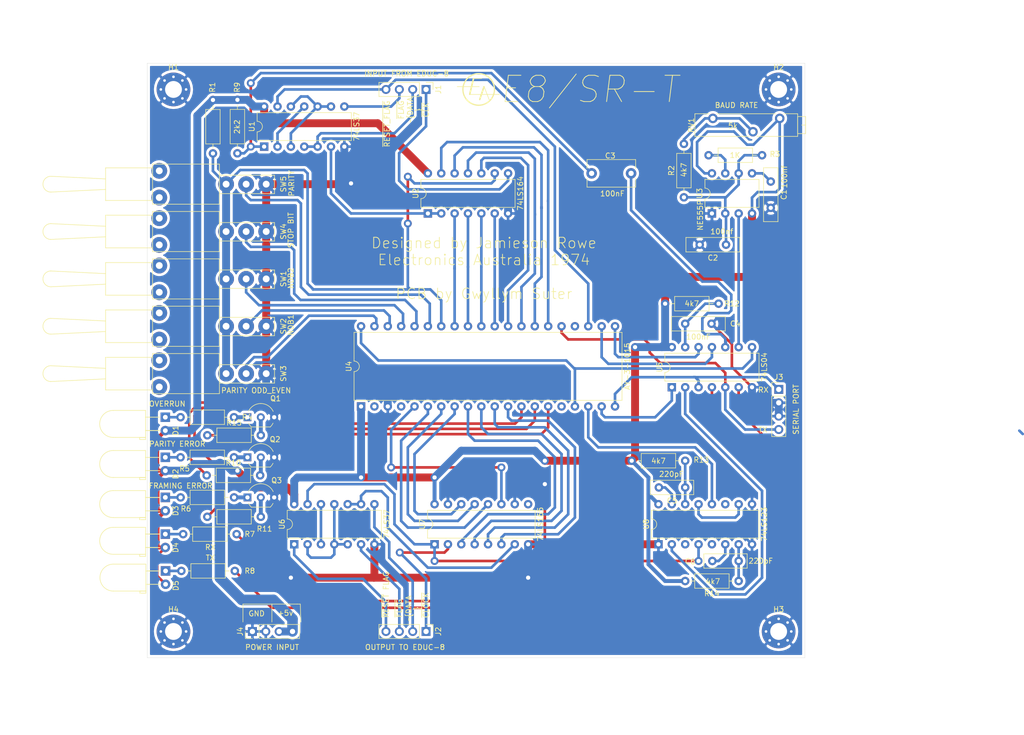
<source format=kicad_pcb>
(kicad_pcb (version 20171130) (host pcbnew "(5.1.10-1-10_14)")
  (layers (0 F.Cu signal) (31 B.Cu signal) (34 B.Paste user) (35 F.Paste user) (36 B.SilkS user) (37 F.SilkS user) (38 B.Mask user) (39 F.Mask user) (44 Edge.Cuts user))
  (net 0 "")
  (net 1 GND)
  (net 2 "Net-(C1-Pad1)")
  (net 3 "Net-(C2-Pad1)")
  (net 4 +5V)
  (net 5 "Net-(R3-Pad2)")
  (net 6 "Net-(SW1-Pad2)")
  (net 7 "Net-(SW2-Pad2)")
  (net 8 "Net-(SW3-Pad2)")
  (net 9 "Net-(SW4-Pad2)")
  (net 10 "Net-(SW5-Pad2)")
  (net 11 "Net-(U1-Pad6)")
  (net 12 "Net-(U1-Pad11)")
  (net 13 "Net-(U1-Pad10)")
  (net 14 "Net-(U4-Pad16)")
  (net 15 "Net-(U4-Pad12)")
  (net 16 "Net-(U4-Pad11)")
  (net 17 "Net-(U4-Pad10)")
  (net 18 "Net-(U4-Pad9)")
  (net 19 "Net-(U4-Pad8)")
  (net 20 "Net-(U4-Pad7)")
  (net 21 "Net-(U4-Pad6)")
  (net 22 "Net-(U4-Pad5)")
  (net 23 "Net-(U4-Pad24)")
  (net 24 "Net-(U4-Pad4)")
  (net 25 "Net-(U4-Pad2)")
  (net 26 "Net-(U4-Pad21)")
  (net 27 "Net-(U5-Pad2)")
  (net 28 "Net-(D1-Pad1)")
  (net 29 "Net-(D2-Pad1)")
  (net 30 "Net-(D3-Pad1)")
  (net 31 "Net-(D4-Pad1)")
  (net 32 "Net-(R2-Pad2)")
  (net 33 "Net-(R7-Pad1)")
  (net 34 "Net-(D5-Pad1)")
  (net 35 "Net-(R8-Pad1)")
  (net 36 TX)
  (net 37 RX)
  (net 38 OVERRUN)
  (net 39 "Net-(C3-Pad2)")
  (net 40 "Net-(C3-Pad1)")
  (net 41 "Net-(C4-Pad1)")
  (net 42 "Net-(C5-Pad2)")
  (net 43 "Net-(C5-Pad1)")
  (net 44 "Net-(C6-Pad2)")
  (net 45 "Net-(C6-Pad1)")
  (net 46 ~INPUT_RESET_FLAG)
  (net 47 ~INPUT_FLAG)
  (net 48 ~INPUT_DATA)
  (net 49 ~INPUT_CLOCK)
  (net 50 "Net-(Q1-Pad1)")
  (net 51 "Net-(Q2-Pad1)")
  (net 52 "Net-(Q2-Pad2)")
  (net 53 "Net-(Q3-Pad1)")
  (net 54 "Net-(Q3-Pad2)")
  (net 55 PARITY_ERROR)
  (net 56 FRAMING_ERROR)
  (net 57 "Net-(U2-Pad13)")
  (net 58 "Net-(U2-Pad6)")
  (net 59 "Net-(U2-Pad12)")
  (net 60 "Net-(U2-Pad5)")
  (net 61 "Net-(U2-Pad11)")
  (net 62 "Net-(U2-Pad4)")
  (net 63 "Net-(U2-Pad10)")
  (net 64 "Net-(U2-Pad3)")
  (net 65 "Net-(U3-Pad3)")
  (net 66 "Net-(U4-Pad17)")
  (net 67 ODA)
  (net 68 ~RDA)
  (net 69 TBMT)
  (net 70 ~OUTPUT_FLAG)
  (net 71 SL)
  (net 72 "Net-(U6-Pad11)")
  (net 73 "Net-(U6-Pad10)")
  (net 74 OUTPUT_DATA)
  (net 75 ~OUTPUT_RESET_FLAG)
  (net 76 ~OUT_CLOCK)
  (net 77 "Net-(U7-Pad9)")
  (net 78 "Net-(U8-Pad10)")
  (net 79 "Net-(U8-Pad5)")
  (net 80 "Net-(U8-Pad11)")
  (net 81 "Net-(U8-Pad3)")
  (net 82 "Net-(Q1-Pad2)")
  (net 83 "Net-(U6-Pad12)")
  (net 84 ~CLR)
  (module Potentiometer_THT:Potentiometer_Bourns_3005_Horizontal (layer F.Cu) (at 147.5 57.5 180)
    (fp_text reference RV1 (at 4.1 -1.3 90) (layer F.SilkS))
    (fp_text value 5k (at -3.8 -1.4) (layer F.SilkS))
    (pad 3 thru_hole circle (at -12.7 0 180) (size 1.8 1.8) (drill 1) (layers *.Cu *.Mask) (net 4 +5V))
    (pad 2 thru_hole circle (at -7.62 -2.54 180) (size 1.8 1.8) (drill 1) (layers *.Cu *.Mask) (net 32 "Net-(R2-Pad2)"))
    (pad 1 thru_hole circle (at 0 0 180) (size 1.8 1.8) (drill 1) (layers *.Cu *.Mask) (net 32 "Net-(R2-Pad2)"))
  )
  (module Connector_PinHeader_2.54mm:PinHeader_1x04_P2.54mm_Vertical (layer F.Cu) (at 60 155 90)
    (fp_text reference J4 (at 0 -2.33 90) (layer F.SilkS))
    (fp_text value Conn_01x04_Male)
    (pad 4 thru_hole oval (at 0 7.62 90) (size 1.7 1.7) (drill 1) (layers *.Cu *.Mask) (net 4 +5V))
    (pad 3 thru_hole oval (at 0 5.08 90) (size 1.7 1.7) (drill 1) (layers *.Cu *.Mask) (net 4 +5V))
    (pad 2 thru_hole oval (at 0 2.54 90) (size 1.7 1.7) (drill 1) (layers *.Cu *.Mask) (net 1 GND))
    (pad 1 thru_hole rect (at 0 0 90) (size 1.7 1.7) (drill 1) (layers *.Cu *.Mask) (net 1 GND))
  )
  (module EDUC-8:EA_Symbol (layer F.Cu) (at 103 52)
    (fp_text reference REF** hide)
    (fp_text value EA_Symbol hide)
  )
  (module Connector_PinHeader_2.54mm:PinHeader_1x04_P2.54mm_Vertical (layer F.Cu) (at 160.02 109)
    (fp_text reference J3 (at 0 -2.33) (layer F.SilkS))
    (fp_text value Conn_01x04_Male)
    (pad 4 thru_hole oval (at 0 7.62) (size 1.7 1.7) (drill 1) (layers *.Cu *.Mask) (net 36 TX))
    (pad 3 thru_hole oval (at 0 5.08) (size 1.7 1.7) (drill 1) (layers *.Cu *.Mask) (net 1 GND))
    (pad 2 thru_hole oval (at 0 2.54) (size 1.7 1.7) (drill 1) (layers *.Cu *.Mask) (net 1 GND))
    (pad 1 thru_hole rect (at 0 0) (size 1.7 1.7) (drill 1) (layers *.Cu *.Mask) (net 37 RX))
  )
  (module Connector_PinHeader_2.54mm:PinHeader_1x04_P2.54mm_Vertical (layer F.Cu) (at 93 155 270)
    (fp_text reference J2 (at 0 -2.33 90) (layer F.SilkS))
    (fp_text value Conn_01x04_Male)
    (pad 4 thru_hole oval (at 0 7.62 270) (size 1.7 1.7) (drill 1) (layers *.Cu *.Mask) (net 75 ~OUTPUT_RESET_FLAG))
    (pad 3 thru_hole oval (at 0 5.08 270) (size 1.7 1.7) (drill 1) (layers *.Cu *.Mask) (net 70 ~OUTPUT_FLAG))
    (pad 2 thru_hole oval (at 0 2.54 270) (size 1.7 1.7) (drill 1) (layers *.Cu *.Mask) (net 74 OUTPUT_DATA))
    (pad 1 thru_hole rect (at 0 0 270) (size 1.7 1.7) (drill 1) (layers *.Cu *.Mask) (net 76 ~OUT_CLOCK))
  )
  (module MountingHole:MountingHole_3.2mm_M3_Pad_Via (layer F.Cu) (at 45 155)
    (fp_text reference H4 (at 0 -4.2) (layer F.SilkS))
    (fp_text value MountingHole_Pad)
    (pad 1 thru_hole circle (at 1.697056 -1.697056) (size 0.8 0.8) (drill 0.5) (layers *.Cu *.Mask) (net 1 GND))
    (pad 1 thru_hole circle (at 0 -2.4) (size 0.8 0.8) (drill 0.5) (layers *.Cu *.Mask) (net 1 GND))
    (pad 1 thru_hole circle (at -1.697056 -1.697056) (size 0.8 0.8) (drill 0.5) (layers *.Cu *.Mask) (net 1 GND))
    (pad 1 thru_hole circle (at -2.4 0) (size 0.8 0.8) (drill 0.5) (layers *.Cu *.Mask) (net 1 GND))
    (pad 1 thru_hole circle (at -1.697056 1.697056) (size 0.8 0.8) (drill 0.5) (layers *.Cu *.Mask) (net 1 GND))
    (pad 1 thru_hole circle (at 0 2.4) (size 0.8 0.8) (drill 0.5) (layers *.Cu *.Mask) (net 1 GND))
    (pad 1 thru_hole circle (at 1.697056 1.697056) (size 0.8 0.8) (drill 0.5) (layers *.Cu *.Mask) (net 1 GND))
    (pad 1 thru_hole circle (at 2.4 0) (size 0.8 0.8) (drill 0.5) (layers *.Cu *.Mask) (net 1 GND))
    (pad 1 thru_hole circle (at 0 0) (size 6.4 6.4) (drill 3.2) (layers *.Cu *.Mask) (net 1 GND))
  )
  (module MountingHole:MountingHole_3.2mm_M3_Pad_Via (layer F.Cu) (at 160 155)
    (fp_text reference H3 (at 0 -4.2) (layer F.SilkS))
    (fp_text value MountingHole_Pad)
    (pad 1 thru_hole circle (at 1.697056 -1.697056) (size 0.8 0.8) (drill 0.5) (layers *.Cu *.Mask) (net 1 GND))
    (pad 1 thru_hole circle (at 0 -2.4) (size 0.8 0.8) (drill 0.5) (layers *.Cu *.Mask) (net 1 GND))
    (pad 1 thru_hole circle (at -1.697056 -1.697056) (size 0.8 0.8) (drill 0.5) (layers *.Cu *.Mask) (net 1 GND))
    (pad 1 thru_hole circle (at -2.4 0) (size 0.8 0.8) (drill 0.5) (layers *.Cu *.Mask) (net 1 GND))
    (pad 1 thru_hole circle (at -1.697056 1.697056) (size 0.8 0.8) (drill 0.5) (layers *.Cu *.Mask) (net 1 GND))
    (pad 1 thru_hole circle (at 0 2.4) (size 0.8 0.8) (drill 0.5) (layers *.Cu *.Mask) (net 1 GND))
    (pad 1 thru_hole circle (at 1.697056 1.697056) (size 0.8 0.8) (drill 0.5) (layers *.Cu *.Mask) (net 1 GND))
    (pad 1 thru_hole circle (at 2.4 0) (size 0.8 0.8) (drill 0.5) (layers *.Cu *.Mask) (net 1 GND))
    (pad 1 thru_hole circle (at 0 0) (size 6.4 6.4) (drill 3.2) (layers *.Cu *.Mask) (net 1 GND))
  )
  (module MountingHole:MountingHole_3.2mm_M3_Pad_Via (layer F.Cu) (at 160 52)
    (fp_text reference H2 (at 0 -4.2) (layer F.SilkS))
    (fp_text value MountingHole_Pad)
    (pad 1 thru_hole circle (at 1.697056 -1.697056) (size 0.8 0.8) (drill 0.5) (layers *.Cu *.Mask) (net 1 GND))
    (pad 1 thru_hole circle (at 0 -2.4) (size 0.8 0.8) (drill 0.5) (layers *.Cu *.Mask) (net 1 GND))
    (pad 1 thru_hole circle (at -1.697056 -1.697056) (size 0.8 0.8) (drill 0.5) (layers *.Cu *.Mask) (net 1 GND))
    (pad 1 thru_hole circle (at -2.4 0) (size 0.8 0.8) (drill 0.5) (layers *.Cu *.Mask) (net 1 GND))
    (pad 1 thru_hole circle (at -1.697056 1.697056) (size 0.8 0.8) (drill 0.5) (layers *.Cu *.Mask) (net 1 GND))
    (pad 1 thru_hole circle (at 0 2.4) (size 0.8 0.8) (drill 0.5) (layers *.Cu *.Mask) (net 1 GND))
    (pad 1 thru_hole circle (at 1.697056 1.697056) (size 0.8 0.8) (drill 0.5) (layers *.Cu *.Mask) (net 1 GND))
    (pad 1 thru_hole circle (at 2.4 0) (size 0.8 0.8) (drill 0.5) (layers *.Cu *.Mask) (net 1 GND))
    (pad 1 thru_hole circle (at 0 0) (size 6.4 6.4) (drill 3.2) (layers *.Cu *.Mask) (net 1 GND))
  )
  (module MountingHole:MountingHole_3.2mm_M3_Pad_Via (layer F.Cu) (at 45 52)
    (fp_text reference H1 (at 0 -4.2) (layer F.SilkS))
    (fp_text value MountingHole_Pad)
    (pad 1 thru_hole circle (at 1.697056 -1.697056) (size 0.8 0.8) (drill 0.5) (layers *.Cu *.Mask) (net 1 GND))
    (pad 1 thru_hole circle (at 0 -2.4) (size 0.8 0.8) (drill 0.5) (layers *.Cu *.Mask) (net 1 GND))
    (pad 1 thru_hole circle (at -1.697056 -1.697056) (size 0.8 0.8) (drill 0.5) (layers *.Cu *.Mask) (net 1 GND))
    (pad 1 thru_hole circle (at -2.4 0) (size 0.8 0.8) (drill 0.5) (layers *.Cu *.Mask) (net 1 GND))
    (pad 1 thru_hole circle (at -1.697056 1.697056) (size 0.8 0.8) (drill 0.5) (layers *.Cu *.Mask) (net 1 GND))
    (pad 1 thru_hole circle (at 0 2.4) (size 0.8 0.8) (drill 0.5) (layers *.Cu *.Mask) (net 1 GND))
    (pad 1 thru_hole circle (at 1.697056 1.697056) (size 0.8 0.8) (drill 0.5) (layers *.Cu *.Mask) (net 1 GND))
    (pad 1 thru_hole circle (at 2.4 0) (size 0.8 0.8) (drill 0.5) (layers *.Cu *.Mask) (net 1 GND))
    (pad 1 thru_hole circle (at 0 0) (size 6.4 6.4) (drill 3.2) (layers *.Cu *.Mask) (net 1 GND))
  )
  (module Capacitor_THT:C_Disc_D9.0mm_W5.0mm_P7.50mm (layer F.Cu) (at 124.46 67.945)
    (fp_text reference C3 (at 3.54 -3.345) (layer F.SilkS))
    (fp_text value 100nF (at 3.94 3.855) (layer F.SilkS))
    (pad 2 thru_hole circle (at 7.5 0) (size 2 2) (drill 1) (layers *.Cu *.Mask) (net 39 "Net-(C3-Pad2)"))
    (pad 1 thru_hole circle (at 0 0) (size 2 2) (drill 1) (layers *.Cu *.Mask) (net 40 "Net-(C3-Pad1)"))
  )
  (module Package_DIP:DIP-16_W7.62mm (layer F.Cu) (at 137.16 138.43 90)
    (fp_text reference U8 (at 3.81 -2.33 90) (layer F.SilkS))
    (fp_text value 74LS123 (at 3.81 20.11 90) (layer F.SilkS))
    (pad 16 thru_hole oval (at 7.62 0 90) (size 1.6 1.6) (drill 0.8) (layers *.Cu *.Mask) (net 4 +5V))
    (pad 8 thru_hole oval (at 0 17.78 90) (size 1.6 1.6) (drill 0.8) (layers *.Cu *.Mask) (net 1 GND))
    (pad 15 thru_hole oval (at 7.62 2.54 90) (size 1.6 1.6) (drill 0.8) (layers *.Cu *.Mask) (net 42 "Net-(C5-Pad2)"))
    (pad 7 thru_hole oval (at 0 15.24 90) (size 1.6 1.6) (drill 0.8) (layers *.Cu *.Mask) (net 45 "Net-(C6-Pad1)"))
    (pad 14 thru_hole oval (at 7.62 5.08 90) (size 1.6 1.6) (drill 0.8) (layers *.Cu *.Mask) (net 43 "Net-(C5-Pad1)"))
    (pad 6 thru_hole oval (at 0 12.7 90) (size 1.6 1.6) (drill 0.8) (layers *.Cu *.Mask) (net 44 "Net-(C6-Pad2)"))
    (pad 13 thru_hole oval (at 7.62 7.62 90) (size 1.6 1.6) (drill 0.8) (layers *.Cu *.Mask) (net 78 "Net-(U8-Pad10)"))
    (pad 5 thru_hole oval (at 0 10.16 90) (size 1.6 1.6) (drill 0.8) (layers *.Cu *.Mask) (net 79 "Net-(U8-Pad5)"))
    (pad 12 thru_hole oval (at 7.62 10.16 90) (size 1.6 1.6) (drill 0.8) (layers *.Cu *.Mask) (net 68 ~RDA))
    (pad 4 thru_hole oval (at 0 7.62 90) (size 1.6 1.6) (drill 0.8) (layers *.Cu *.Mask) (net 71 SL))
    (pad 11 thru_hole oval (at 7.62 12.7 90) (size 1.6 1.6) (drill 0.8) (layers *.Cu *.Mask) (net 80 "Net-(U8-Pad11)"))
    (pad 3 thru_hole oval (at 0 5.08 90) (size 1.6 1.6) (drill 0.8) (layers *.Cu *.Mask) (net 81 "Net-(U8-Pad3)"))
    (pad 10 thru_hole oval (at 7.62 15.24 90) (size 1.6 1.6) (drill 0.8) (layers *.Cu *.Mask) (net 78 "Net-(U8-Pad10)"))
    (pad 2 thru_hole oval (at 0 2.54 90) (size 1.6 1.6) (drill 0.8) (layers *.Cu *.Mask) (net 27 "Net-(U5-Pad2)"))
    (pad 9 thru_hole oval (at 7.62 17.78 90) (size 1.6 1.6) (drill 0.8) (layers *.Cu *.Mask) (net 1 GND))
    (pad 1 thru_hole rect (at 0 0 90) (size 1.6 1.6) (drill 0.8) (layers *.Cu *.Mask) (net 1 GND))
  )
  (module Package_DIP:DIP-14_W7.62mm (layer F.Cu) (at 67.945 138.43 90)
    (fp_text reference U6 (at 3.81 -2.33 90) (layer F.SilkS))
    (fp_text value 74LS37 (at 3.81 17.57 90) (layer F.SilkS))
    (pad 14 thru_hole oval (at 7.62 0 90) (size 1.6 1.6) (drill 0.8) (layers *.Cu *.Mask) (net 4 +5V))
    (pad 7 thru_hole oval (at 0 15.24 90) (size 1.6 1.6) (drill 0.8) (layers *.Cu *.Mask) (net 1 GND))
    (pad 13 thru_hole oval (at 7.62 2.54 90) (size 1.6 1.6) (drill 0.8) (layers *.Cu *.Mask) (net 71 SL))
    (pad 6 thru_hole oval (at 0 12.7 90) (size 1.6 1.6) (drill 0.8) (layers *.Cu *.Mask) (net 70 ~OUTPUT_FLAG))
    (pad 12 thru_hole oval (at 7.62 5.08 90) (size 1.6 1.6) (drill 0.8) (layers *.Cu *.Mask) (net 83 "Net-(U6-Pad12)"))
    (pad 5 thru_hole oval (at 0 10.16 90) (size 1.6 1.6) (drill 0.8) (layers *.Cu *.Mask) (net 72 "Net-(U6-Pad11)"))
    (pad 11 thru_hole oval (at 7.62 7.62 90) (size 1.6 1.6) (drill 0.8) (layers *.Cu *.Mask) (net 72 "Net-(U6-Pad11)"))
    (pad 4 thru_hole oval (at 0 7.62 90) (size 1.6 1.6) (drill 0.8) (layers *.Cu *.Mask) (net 72 "Net-(U6-Pad11)"))
    (pad 10 thru_hole oval (at 7.62 10.16 90) (size 1.6 1.6) (drill 0.8) (layers *.Cu *.Mask) (net 73 "Net-(U6-Pad10)"))
    (pad 3 thru_hole oval (at 0 5.08 90) (size 1.6 1.6) (drill 0.8) (layers *.Cu *.Mask) (net 83 "Net-(U6-Pad12)"))
    (pad 9 thru_hole oval (at 7.62 12.7 90) (size 1.6 1.6) (drill 0.8) (layers *.Cu *.Mask) (net 73 "Net-(U6-Pad10)"))
    (pad 2 thru_hole oval (at 0 2.54 90) (size 1.6 1.6) (drill 0.8) (layers *.Cu *.Mask) (net 72 "Net-(U6-Pad11)"))
    (pad 8 thru_hole oval (at 7.62 15.24 90) (size 1.6 1.6) (drill 0.8) (layers *.Cu *.Mask) (net 74 OUTPUT_DATA))
    (pad 1 thru_hole rect (at 0 0 90) (size 1.6 1.6) (drill 0.8) (layers *.Cu *.Mask) (net 75 ~OUTPUT_RESET_FLAG))
  )
  (module Package_DIP:DIP-14_W7.62mm (layer F.Cu) (at 93.345 75.565 90)
    (fp_text reference U2 (at 3.81 -2.33 90) (layer F.SilkS))
    (fp_text value 74LS164 (at 3.81 17.57 90) (layer F.SilkS))
    (pad 14 thru_hole oval (at 7.62 0 90) (size 1.6 1.6) (drill 0.8) (layers *.Cu *.Mask) (net 4 +5V))
    (pad 7 thru_hole oval (at 0 15.24 90) (size 1.6 1.6) (drill 0.8) (layers *.Cu *.Mask) (net 1 GND))
    (pad 13 thru_hole oval (at 7.62 2.54 90) (size 1.6 1.6) (drill 0.8) (layers *.Cu *.Mask) (net 57 "Net-(U2-Pad13)"))
    (pad 6 thru_hole oval (at 0 12.7 90) (size 1.6 1.6) (drill 0.8) (layers *.Cu *.Mask) (net 58 "Net-(U2-Pad6)"))
    (pad 12 thru_hole oval (at 7.62 5.08 90) (size 1.6 1.6) (drill 0.8) (layers *.Cu *.Mask) (net 59 "Net-(U2-Pad12)"))
    (pad 5 thru_hole oval (at 0 10.16 90) (size 1.6 1.6) (drill 0.8) (layers *.Cu *.Mask) (net 60 "Net-(U2-Pad5)"))
    (pad 11 thru_hole oval (at 7.62 7.62 90) (size 1.6 1.6) (drill 0.8) (layers *.Cu *.Mask) (net 61 "Net-(U2-Pad11)"))
    (pad 4 thru_hole oval (at 0 7.62 90) (size 1.6 1.6) (drill 0.8) (layers *.Cu *.Mask) (net 62 "Net-(U2-Pad4)"))
    (pad 10 thru_hole oval (at 7.62 10.16 90) (size 1.6 1.6) (drill 0.8) (layers *.Cu *.Mask) (net 63 "Net-(U2-Pad10)"))
    (pad 3 thru_hole oval (at 0 5.08 90) (size 1.6 1.6) (drill 0.8) (layers *.Cu *.Mask) (net 64 "Net-(U2-Pad3)"))
    (pad 9 thru_hole oval (at 7.62 12.7 90) (size 1.6 1.6) (drill 0.8) (layers *.Cu *.Mask) (net 84 ~CLR))
    (pad 2 thru_hole oval (at 0 2.54 90) (size 1.6 1.6) (drill 0.8) (layers *.Cu *.Mask) (net 11 "Net-(U1-Pad6)"))
    (pad 8 thru_hole oval (at 7.62 15.24 90) (size 1.6 1.6) (drill 0.8) (layers *.Cu *.Mask) (net 49 ~INPUT_CLOCK))
    (pad 1 thru_hole rect (at 0 0 90) (size 1.6 1.6) (drill 0.8) (layers *.Cu *.Mask) (net 11 "Net-(U1-Pad6)"))
  )
  (module Package_DIP:DIP-14_W7.62mm (layer F.Cu) (at 62.23 62.865 90)
    (fp_text reference U1 (at 3.81 -2.33 90) (layer F.SilkS))
    (fp_text value 74LS37 (at 3.81 17.57 90) (layer F.SilkS))
    (pad 14 thru_hole oval (at 7.62 0 90) (size 1.6 1.6) (drill 0.8) (layers *.Cu *.Mask) (net 4 +5V))
    (pad 7 thru_hole oval (at 0 15.24 90) (size 1.6 1.6) (drill 0.8) (layers *.Cu *.Mask) (net 1 GND))
    (pad 13 thru_hole oval (at 7.62 2.54 90) (size 1.6 1.6) (drill 0.8) (layers *.Cu *.Mask) (net 46 ~INPUT_RESET_FLAG))
    (pad 6 thru_hole oval (at 0 12.7 90) (size 1.6 1.6) (drill 0.8) (layers *.Cu *.Mask) (net 11 "Net-(U1-Pad6)"))
    (pad 12 thru_hole oval (at 7.62 5.08 90) (size 1.6 1.6) (drill 0.8) (layers *.Cu *.Mask) (net 13 "Net-(U1-Pad10)"))
    (pad 5 thru_hole oval (at 0 10.16 90) (size 1.6 1.6) (drill 0.8) (layers *.Cu *.Mask) (net 48 ~INPUT_DATA))
    (pad 11 thru_hole oval (at 7.62 7.62 90) (size 1.6 1.6) (drill 0.8) (layers *.Cu *.Mask) (net 12 "Net-(U1-Pad11)"))
    (pad 4 thru_hole oval (at 0 7.62 90) (size 1.6 1.6) (drill 0.8) (layers *.Cu *.Mask) (net 48 ~INPUT_DATA))
    (pad 10 thru_hole oval (at 7.62 10.16 90) (size 1.6 1.6) (drill 0.8) (layers *.Cu *.Mask) (net 13 "Net-(U1-Pad10)"))
    (pad 3 thru_hole oval (at 0 5.08 90) (size 1.6 1.6) (drill 0.8) (layers *.Cu *.Mask) (net 13 "Net-(U1-Pad10)"))
    (pad 9 thru_hole oval (at 7.62 12.7 90) (size 1.6 1.6) (drill 0.8) (layers *.Cu *.Mask) (net 13 "Net-(U1-Pad10)"))
    (pad 2 thru_hole oval (at 0 2.54 90) (size 1.6 1.6) (drill 0.8) (layers *.Cu *.Mask) (net 12 "Net-(U1-Pad11)"))
    (pad 8 thru_hole oval (at 7.62 15.24 90) (size 1.6 1.6) (drill 0.8) (layers *.Cu *.Mask) (net 47 ~INPUT_FLAG))
    (pad 1 thru_hole rect (at 0 0 90) (size 1.6 1.6) (drill 0.8) (layers *.Cu *.Mask) (net 40 "Net-(C3-Pad1)"))
  )
  (module Resistor_THT:R_Axial_DIN0207_L6.3mm_D2.5mm_P10.16mm_Horizontal (layer F.Cu) (at 152.4 145.415 180)
    (fp_text reference R14 (at 5.08 -2.37) (layer F.SilkS))
    (fp_text value 4k7 (at 4.9 -0.085) (layer F.SilkS))
    (pad 2 thru_hole oval (at 10.16 0 180) (size 1.6 1.6) (drill 0.8) (layers *.Cu *.Mask) (net 4 +5V))
    (pad 1 thru_hole circle (at 0 0 180) (size 1.6 1.6) (drill 0.8) (layers *.Cu *.Mask) (net 45 "Net-(C6-Pad1)"))
  )
  (module Resistor_THT:R_Axial_DIN0207_L6.3mm_D2.5mm_P10.16mm_Horizontal (layer F.Cu) (at 142.24 122.555 180)
    (fp_text reference R13 (at -3.06 0.155) (layer F.SilkS))
    (fp_text value 4k7 (at 5.08 -0.045) (layer F.SilkS))
    (pad 2 thru_hole oval (at 10.16 0 180) (size 1.6 1.6) (drill 0.8) (layers *.Cu *.Mask) (net 4 +5V))
    (pad 1 thru_hole circle (at 0 0 180) (size 1.6 1.6) (drill 0.8) (layers *.Cu *.Mask) (net 43 "Net-(C5-Pad1)"))
  )
  (module Resistor_THT:R_Axial_DIN0207_L6.3mm_D2.5mm_P10.16mm_Horizontal (layer F.Cu) (at 148.59 92.71 180)
    (fp_text reference R12 (at -2.54 0) (layer F.SilkS))
    (fp_text value 4k7 (at 5.09 0.01) (layer F.SilkS))
    (pad 2 thru_hole oval (at 10.16 0 180) (size 1.6 1.6) (drill 0.8) (layers *.Cu *.Mask) (net 4 +5V))
    (pad 1 thru_hole circle (at 0 0 180) (size 1.6 1.6) (drill 0.8) (layers *.Cu *.Mask) (net 41 "Net-(C4-Pad1)"))
  )
  (module Resistor_THT:R_Axial_DIN0207_L6.3mm_D2.5mm_P10.16mm_Horizontal (layer F.Cu) (at 51.435 133.208)
    (fp_text reference R11 (at 10.865 2.292) (layer F.SilkS))
    (fp_text value 470R)
    (pad 2 thru_hole oval (at 10.16 0) (size 1.6 1.6) (drill 0.8) (layers *.Cu *.Mask) (net 54 "Net-(Q3-Pad2)"))
    (pad 1 thru_hole circle (at 0 0) (size 1.6 1.6) (drill 0.8) (layers *.Cu *.Mask) (net 56 FRAMING_ERROR))
  )
  (module Resistor_THT:R_Axial_DIN0207_L6.3mm_D2.5mm_P10.16mm_Horizontal (layer F.Cu) (at 51.308 125.334)
    (fp_text reference R10 (at 5.08 -2.37) (layer F.SilkS))
    (fp_text value 470R)
    (pad 2 thru_hole oval (at 10.16 0) (size 1.6 1.6) (drill 0.8) (layers *.Cu *.Mask) (net 52 "Net-(Q2-Pad2)"))
    (pad 1 thru_hole circle (at 0 0) (size 1.6 1.6) (drill 0.8) (layers *.Cu *.Mask) (net 55 PARITY_ERROR))
  )
  (module Resistor_THT:R_Axial_DIN0207_L6.3mm_D2.5mm_P10.16mm_Horizontal (layer F.Cu) (at 57.15 64.135 90)
    (fp_text reference R9 (at 12.535 -0.05 90) (layer F.SilkS))
    (fp_text value 2k2 (at 5.035 -0.05 90) (layer F.SilkS))
    (pad 2 thru_hole oval (at 10.16 0 90) (size 1.6 1.6) (drill 0.8) (layers *.Cu *.Mask) (net 4 +5V))
    (pad 1 thru_hole circle (at 0 0 90) (size 1.6 1.6) (drill 0.8) (layers *.Cu *.Mask) (net 40 "Net-(C3-Pad1)"))
  )
  (module Package_TO_SOT_THT:TO-92_Inline_Wide (layer F.Cu) (at 59.055 129.525)
    (fp_text reference Q3 (at 5.545 -3.225) (layer F.SilkS))
    (fp_text value BC548)
    (pad 1 thru_hole rect (at 0 0) (size 1.5 1.5) (drill 0.8) (layers *.Cu *.Mask) (net 53 "Net-(Q3-Pad1)"))
    (pad 3 thru_hole circle (at 5.08 0) (size 1.5 1.5) (drill 0.8) (layers *.Cu *.Mask) (net 1 GND))
    (pad 2 thru_hole circle (at 2.54 0) (size 1.5 1.5) (drill 0.8) (layers *.Cu *.Mask) (net 54 "Net-(Q3-Pad2)"))
  )
  (module Package_TO_SOT_THT:TO-92_Inline_Wide (layer F.Cu) (at 59.055 121.905)
    (fp_text reference Q2 (at 5.245 -3.405) (layer F.SilkS))
    (fp_text value BC548)
    (pad 1 thru_hole rect (at 0 0) (size 1.5 1.5) (drill 0.8) (layers *.Cu *.Mask) (net 51 "Net-(Q2-Pad1)"))
    (pad 3 thru_hole circle (at 5.08 0) (size 1.5 1.5) (drill 0.8) (layers *.Cu *.Mask) (net 1 GND))
    (pad 2 thru_hole circle (at 2.54 0) (size 1.5 1.5) (drill 0.8) (layers *.Cu *.Mask) (net 52 "Net-(Q2-Pad2)"))
  )
  (module Package_TO_SOT_THT:TO-92_Inline_Wide (layer F.Cu) (at 59.055 114.285)
    (fp_text reference Q1 (at 5.345 -3.56) (layer F.SilkS))
    (fp_text value BC548)
    (pad 1 thru_hole rect (at 0 0) (size 1.5 1.5) (drill 0.8) (layers *.Cu *.Mask) (net 50 "Net-(Q1-Pad1)"))
    (pad 3 thru_hole circle (at 5.08 0) (size 1.5 1.5) (drill 0.8) (layers *.Cu *.Mask) (net 1 GND))
    (pad 2 thru_hole circle (at 2.54 0) (size 1.5 1.5) (drill 0.8) (layers *.Cu *.Mask) (net 82 "Net-(Q1-Pad2)"))
  )
  (module Connector_PinHeader_2.54mm:PinHeader_1x04_P2.54mm_Vertical (layer F.Cu) (at 93 52 270)
    (fp_text reference J1 (at 0 -2.33 90) (layer F.SilkS))
    (fp_text value Conn_01x04_Male)
    (pad 4 thru_hole oval (at 0 7.62 270) (size 1.7 1.7) (drill 1) (layers *.Cu *.Mask) (net 46 ~INPUT_RESET_FLAG))
    (pad 3 thru_hole oval (at 0 5.08 270) (size 1.7 1.7) (drill 1) (layers *.Cu *.Mask) (net 47 ~INPUT_FLAG))
    (pad 2 thru_hole oval (at 0 2.54 270) (size 1.7 1.7) (drill 1) (layers *.Cu *.Mask) (net 48 ~INPUT_DATA))
    (pad 1 thru_hole rect (at 0 0 270) (size 1.7 1.7) (drill 1) (layers *.Cu *.Mask) (net 49 ~INPUT_CLOCK))
  )
  (module Capacitor_THT:C_Disc_D8.0mm_W2.5mm_P5.00mm (layer F.Cu) (at 152.4 141.605 180)
    (fp_text reference C6 (at 9.2 -0.095) (layer F.SilkS))
    (fp_text value 220pF (at -4.2 0.005) (layer F.SilkS))
    (pad 2 thru_hole circle (at 5 0 180) (size 1.6 1.6) (drill 0.8) (layers *.Cu *.Mask) (net 44 "Net-(C6-Pad2)"))
    (pad 1 thru_hole circle (at 0 0 180) (size 1.6 1.6) (drill 0.8) (layers *.Cu *.Mask) (net 45 "Net-(C6-Pad1)"))
  )
  (module Capacitor_THT:C_Disc_D8.0mm_W2.5mm_P5.00mm (layer F.Cu) (at 142.24 127.635 180)
    (fp_text reference C5 (at 2.5 -2.5) (layer F.SilkS))
    (fp_text value 220pF (at 2.64 2.535) (layer F.SilkS))
    (pad 2 thru_hole circle (at 5 0 180) (size 1.6 1.6) (drill 0.8) (layers *.Cu *.Mask) (net 42 "Net-(C5-Pad2)"))
    (pad 1 thru_hole circle (at 0 0 180) (size 1.6 1.6) (drill 0.8) (layers *.Cu *.Mask) (net 43 "Net-(C5-Pad1)"))
  )
  (module Capacitor_THT:C_Disc_D10.0mm_W2.5mm_P5.00mm (layer F.Cu) (at 142.24 96.52)
    (fp_text reference C4 (at 9.525 0) (layer F.SilkS))
    (fp_text value 100nF (at 2.5 2.5) (layer F.SilkS))
    (pad 2 thru_hole circle (at 5 0) (size 1.6 1.6) (drill 0.8) (layers *.Cu *.Mask) (net 1 GND))
    (pad 1 thru_hole circle (at 0 0) (size 1.6 1.6) (drill 0.8) (layers *.Cu *.Mask) (net 41 "Net-(C4-Pad1)"))
  )
  (module Resistor_THT:R_Axial_DIN0207_L6.3mm_D2.5mm_P10.16mm_Horizontal (layer F.Cu) (at 51.435 117.714)
    (fp_text reference R15 (at 5.08 -2.37) (layer F.SilkS))
    (fp_text value 470R)
    (pad 2 thru_hole oval (at 10.16 0) (size 1.6 1.6) (drill 0.8) (layers *.Cu *.Mask) (net 82 "Net-(Q1-Pad2)"))
    (pad 1 thru_hole circle (at 0 0) (size 1.6 1.6) (drill 0.8) (layers *.Cu *.Mask) (net 38 OVERRUN))
  )
  (module Resistor_THT:R_Axial_DIN0207_L6.3mm_D2.5mm_P10.16mm_Horizontal (layer F.Cu) (at 56.66 143.495 180)
    (fp_text reference R8 (at -2.84 0) (layer F.SilkS))
    (fp_text value 180R)
    (pad 2 thru_hole oval (at 10.16 0 180) (size 1.6 1.6) (drill 0.8) (layers *.Cu *.Mask) (net 34 "Net-(D5-Pad1)"))
    (pad 1 thru_hole circle (at 0 0 180) (size 1.6 1.6) (drill 0.8) (layers *.Cu *.Mask) (net 35 "Net-(R8-Pad1)"))
  )
  (module LED_THT:LED_D5.0mm_Horizontal_O3.81mm_Z9.0mm (layer F.Cu) (at 43.5 143.495 270)
    (fp_text reference D5 (at 2.805 -1.96 90) (layer F.SilkS))
    (fp_text value TX (at -2.5 -8.5 180) (layer F.SilkS))
    (pad 2 thru_hole circle (at 2.54 0 270) (size 1.8 1.8) (drill 0.9) (layers *.Cu *.Mask) (net 4 +5V))
    (pad 1 thru_hole rect (at 0 0 270) (size 1.8 1.8) (drill 0.9) (layers *.Cu *.Mask) (net 34 "Net-(D5-Pad1)"))
  )
  (module Resistor_THT:R_Axial_DIN0207_L6.3mm_D2.5mm_P10.16mm_Horizontal (layer F.Cu) (at 57 136.5 180)
    (fp_text reference R7 (at -2.5 0) (layer F.SilkS))
    (fp_text value 180R)
    (pad 2 thru_hole oval (at 10.16 0 180) (size 1.6 1.6) (drill 0.8) (layers *.Cu *.Mask) (net 31 "Net-(D4-Pad1)"))
    (pad 1 thru_hole circle (at 0 0 180) (size 1.6 1.6) (drill 0.8) (layers *.Cu *.Mask) (net 33 "Net-(R7-Pad1)"))
  )
  (module Resistor_THT:R_Axial_DIN0207_L6.3mm_D2.5mm_P10.16mm_Horizontal (layer F.Cu) (at 56.515 129.525 180)
    (fp_text reference R6 (at 9.144 -2.159) (layer F.SilkS))
    (fp_text value 180R)
    (pad 2 thru_hole oval (at 10.16 0 180) (size 1.6 1.6) (drill 0.8) (layers *.Cu *.Mask) (net 30 "Net-(D3-Pad1)"))
    (pad 1 thru_hole circle (at 0 0 180) (size 1.6 1.6) (drill 0.8) (layers *.Cu *.Mask) (net 53 "Net-(Q3-Pad1)"))
  )
  (module Resistor_THT:R_Axial_DIN0207_L6.3mm_D2.5mm_P10.16mm_Horizontal (layer F.Cu) (at 56.5 121.905 180)
    (fp_text reference R5 (at 9.383 -2.159) (layer F.SilkS))
    (fp_text value 180R)
    (pad 2 thru_hole oval (at 10.16 0 180) (size 1.6 1.6) (drill 0.8) (layers *.Cu *.Mask) (net 29 "Net-(D2-Pad1)"))
    (pad 1 thru_hole circle (at 0 0 180) (size 1.6 1.6) (drill 0.8) (layers *.Cu *.Mask) (net 51 "Net-(Q2-Pad1)"))
  )
  (module Resistor_THT:R_Axial_DIN0207_L6.3mm_D2.5mm_P10.16mm_Horizontal (layer F.Cu) (at 56.5 114.285 180)
    (fp_text reference R4 (at -2.5 0) (layer F.SilkS))
    (fp_text value 180R)
    (pad 2 thru_hole oval (at 10.16 0 180) (size 1.6 1.6) (drill 0.8) (layers *.Cu *.Mask) (net 28 "Net-(D1-Pad1)"))
    (pad 1 thru_hole circle (at 0 0 180) (size 1.6 1.6) (drill 0.8) (layers *.Cu *.Mask) (net 50 "Net-(Q1-Pad1)"))
  )
  (module LED_THT:LED_D5.0mm_Horizontal_O3.81mm_Z9.0mm (layer F.Cu) (at 43.45 136.5 270)
    (fp_text reference D4 (at 2.55 -1.96 90) (layer F.SilkS))
    (fp_text value RX (at 2.5 -8.55 180) (layer F.SilkS))
    (pad 2 thru_hole circle (at 2.54 0 270) (size 1.8 1.8) (drill 0.9) (layers *.Cu *.Mask) (net 4 +5V))
    (pad 1 thru_hole rect (at 0 0 270) (size 1.8 1.8) (drill 0.9) (layers *.Cu *.Mask) (net 31 "Net-(D4-Pad1)"))
  )
  (module LED_THT:LED_D5.0mm_Horizontal_O3.81mm_Z9.0mm (layer F.Cu) (at 43.45 129.525 270)
    (fp_text reference D3 (at 2.54 -1.96 90) (layer F.SilkS))
    (fp_text value "FRAMING ERROR" (at -2.205 -2.905) (layer F.SilkS))
    (pad 2 thru_hole circle (at 2.54 0 270) (size 1.8 1.8) (drill 0.9) (layers *.Cu *.Mask) (net 4 +5V))
    (pad 1 thru_hole rect (at 0 0 270) (size 1.8 1.8) (drill 0.9) (layers *.Cu *.Mask) (net 30 "Net-(D3-Pad1)"))
  )
  (module LED_THT:LED_D5.0mm_Horizontal_O3.81mm_Z9.0mm (layer F.Cu) (at 43.45 121.905 270)
    (fp_text reference D2 (at 3.175 -1.96 90) (layer F.SilkS))
    (fp_text value "PARITY ERROR" (at -2.54 -2.27 180) (layer F.SilkS))
    (pad 2 thru_hole circle (at 2.54 0 270) (size 1.8 1.8) (drill 0.9) (layers *.Cu *.Mask) (net 4 +5V))
    (pad 1 thru_hole rect (at 0 0 270) (size 1.8 1.8) (drill 0.9) (layers *.Cu *.Mask) (net 29 "Net-(D2-Pad1)"))
  )
  (module LED_THT:LED_D5.0mm_Horizontal_O3.81mm_Z9.0mm (layer F.Cu) (at 43.45 114.285 270)
    (fp_text reference D1 (at 2.54 -1.96 90) (layer F.SilkS))
    (fp_text value OVERRUN (at -2.54 -0.365 180) (layer F.SilkS))
    (pad 2 thru_hole circle (at 2.54 0 270) (size 1.8 1.8) (drill 0.9) (layers *.Cu *.Mask) (net 4 +5V))
    (pad 1 thru_hole rect (at 0 0 270) (size 1.8 1.8) (drill 0.9) (layers *.Cu *.Mask) (net 28 "Net-(D1-Pad1)"))
  )
  (module Package_DIP:DIP-16_W7.62mm (layer F.Cu) (at 94.615 138.43 90)
    (fp_text reference U7 (at 3.81 -2.33 90) (layer F.SilkS))
    (fp_text value 74LS165 (at 3.81 20.11 90) (layer F.SilkS))
    (pad 16 thru_hole oval (at 7.62 0 90) (size 1.6 1.6) (drill 0.8) (layers *.Cu *.Mask) (net 4 +5V))
    (pad 8 thru_hole oval (at 0 17.78 90) (size 1.6 1.6) (drill 0.8) (layers *.Cu *.Mask) (net 1 GND))
    (pad 15 thru_hole oval (at 7.62 2.54 90) (size 1.6 1.6) (drill 0.8) (layers *.Cu *.Mask) (net 1 GND))
    (pad 7 thru_hole oval (at 0 15.24 90) (size 1.6 1.6) (drill 0.8) (layers *.Cu *.Mask) (net 73 "Net-(U6-Pad10)"))
    (pad 14 thru_hole oval (at 7.62 5.08 90) (size 1.6 1.6) (drill 0.8) (layers *.Cu *.Mask) (net 19 "Net-(U4-Pad8)"))
    (pad 6 thru_hole oval (at 0 12.7 90) (size 1.6 1.6) (drill 0.8) (layers *.Cu *.Mask) (net 15 "Net-(U4-Pad12)"))
    (pad 13 thru_hole oval (at 7.62 7.62 90) (size 1.6 1.6) (drill 0.8) (layers *.Cu *.Mask) (net 20 "Net-(U4-Pad7)"))
    (pad 5 thru_hole oval (at 0 10.16 90) (size 1.6 1.6) (drill 0.8) (layers *.Cu *.Mask) (net 16 "Net-(U4-Pad11)"))
    (pad 12 thru_hole oval (at 7.62 10.16 90) (size 1.6 1.6) (drill 0.8) (layers *.Cu *.Mask) (net 21 "Net-(U4-Pad6)"))
    (pad 4 thru_hole oval (at 0 7.62 90) (size 1.6 1.6) (drill 0.8) (layers *.Cu *.Mask) (net 17 "Net-(U4-Pad10)"))
    (pad 11 thru_hole oval (at 7.62 12.7 90) (size 1.6 1.6) (drill 0.8) (layers *.Cu *.Mask) (net 22 "Net-(U4-Pad5)"))
    (pad 3 thru_hole oval (at 0 5.08 90) (size 1.6 1.6) (drill 0.8) (layers *.Cu *.Mask) (net 18 "Net-(U4-Pad9)"))
    (pad 10 thru_hole oval (at 7.62 15.24 90) (size 1.6 1.6) (drill 0.8) (layers *.Cu *.Mask) (net 1 GND))
    (pad 2 thru_hole oval (at 0 2.54 90) (size 1.6 1.6) (drill 0.8) (layers *.Cu *.Mask) (net 76 ~OUT_CLOCK))
    (pad 9 thru_hole oval (at 7.62 17.78 90) (size 1.6 1.6) (drill 0.8) (layers *.Cu *.Mask) (net 77 "Net-(U7-Pad9)"))
    (pad 1 thru_hole rect (at 0 0 90) (size 1.6 1.6) (drill 0.8) (layers *.Cu *.Mask) (net 71 SL))
  )
  (module Package_DIP:DIP-40_W15.24mm (layer F.Cu) (at 80.645 112.24 90)
    (fp_text reference U4 (at 7.62 -2.33 90) (layer F.SilkS))
    (fp_text value AY-3-1015 (at 7.62 50.59 90) (layer F.SilkS))
    (pad 40 thru_hole oval (at 15.24 0 90) (size 1.6 1.6) (drill 0.8) (layers *.Cu *.Mask) (net 66 "Net-(U4-Pad17)"))
    (pad 20 thru_hole oval (at 0 48.26 90) (size 1.6 1.6) (drill 0.8) (layers *.Cu *.Mask) (net 37 RX))
    (pad 39 thru_hole oval (at 15.24 2.54 90) (size 1.6 1.6) (drill 0.8) (layers *.Cu *.Mask) (net 8 "Net-(SW3-Pad2)"))
    (pad 19 thru_hole oval (at 0 45.72 90) (size 1.6 1.6) (drill 0.8) (layers *.Cu *.Mask) (net 67 ODA))
    (pad 38 thru_hole oval (at 15.24 5.08 90) (size 1.6 1.6) (drill 0.8) (layers *.Cu *.Mask) (net 7 "Net-(SW2-Pad2)"))
    (pad 18 thru_hole oval (at 0 43.18 90) (size 1.6 1.6) (drill 0.8) (layers *.Cu *.Mask) (net 68 ~RDA))
    (pad 37 thru_hole oval (at 15.24 7.62 90) (size 1.6 1.6) (drill 0.8) (layers *.Cu *.Mask) (net 6 "Net-(SW1-Pad2)"))
    (pad 17 thru_hole oval (at 0 40.64 90) (size 1.6 1.6) (drill 0.8) (layers *.Cu *.Mask) (net 66 "Net-(U4-Pad17)"))
    (pad 36 thru_hole oval (at 15.24 10.16 90) (size 1.6 1.6) (drill 0.8) (layers *.Cu *.Mask) (net 9 "Net-(SW4-Pad2)"))
    (pad 16 thru_hole oval (at 0 38.1 90) (size 1.6 1.6) (drill 0.8) (layers *.Cu *.Mask) (net 14 "Net-(U4-Pad16)"))
    (pad 35 thru_hole oval (at 15.24 12.7 90) (size 1.6 1.6) (drill 0.8) (layers *.Cu *.Mask) (net 10 "Net-(SW5-Pad2)"))
    (pad 15 thru_hole oval (at 0 35.56 90) (size 1.6 1.6) (drill 0.8) (layers *.Cu *.Mask) (net 38 OVERRUN))
    (pad 34 thru_hole oval (at 15.24 15.24 90) (size 1.6 1.6) (drill 0.8) (layers *.Cu *.Mask) (net 84 ~CLR))
    (pad 14 thru_hole oval (at 0 33.02 90) (size 1.6 1.6) (drill 0.8) (layers *.Cu *.Mask) (net 56 FRAMING_ERROR))
    (pad 33 thru_hole oval (at 15.24 17.78 90) (size 1.6 1.6) (drill 0.8) (layers *.Cu *.Mask) (net 64 "Net-(U2-Pad3)"))
    (pad 13 thru_hole oval (at 0 30.48 90) (size 1.6 1.6) (drill 0.8) (layers *.Cu *.Mask) (net 55 PARITY_ERROR))
    (pad 32 thru_hole oval (at 15.24 20.32 90) (size 1.6 1.6) (drill 0.8) (layers *.Cu *.Mask) (net 62 "Net-(U2-Pad4)"))
    (pad 12 thru_hole oval (at 0 27.94 90) (size 1.6 1.6) (drill 0.8) (layers *.Cu *.Mask) (net 15 "Net-(U4-Pad12)"))
    (pad 31 thru_hole oval (at 15.24 22.86 90) (size 1.6 1.6) (drill 0.8) (layers *.Cu *.Mask) (net 60 "Net-(U2-Pad5)"))
    (pad 11 thru_hole oval (at 0 25.4 90) (size 1.6 1.6) (drill 0.8) (layers *.Cu *.Mask) (net 16 "Net-(U4-Pad11)"))
    (pad 30 thru_hole oval (at 15.24 25.4 90) (size 1.6 1.6) (drill 0.8) (layers *.Cu *.Mask) (net 58 "Net-(U2-Pad6)"))
    (pad 10 thru_hole oval (at 0 22.86 90) (size 1.6 1.6) (drill 0.8) (layers *.Cu *.Mask) (net 17 "Net-(U4-Pad10)"))
    (pad 29 thru_hole oval (at 15.24 27.94 90) (size 1.6 1.6) (drill 0.8) (layers *.Cu *.Mask) (net 63 "Net-(U2-Pad10)"))
    (pad 9 thru_hole oval (at 0 20.32 90) (size 1.6 1.6) (drill 0.8) (layers *.Cu *.Mask) (net 18 "Net-(U4-Pad9)"))
    (pad 28 thru_hole oval (at 15.24 30.48 90) (size 1.6 1.6) (drill 0.8) (layers *.Cu *.Mask) (net 61 "Net-(U2-Pad11)"))
    (pad 8 thru_hole oval (at 0 17.78 90) (size 1.6 1.6) (drill 0.8) (layers *.Cu *.Mask) (net 19 "Net-(U4-Pad8)"))
    (pad 27 thru_hole oval (at 15.24 33.02 90) (size 1.6 1.6) (drill 0.8) (layers *.Cu *.Mask) (net 59 "Net-(U2-Pad12)"))
    (pad 7 thru_hole oval (at 0 15.24 90) (size 1.6 1.6) (drill 0.8) (layers *.Cu *.Mask) (net 20 "Net-(U4-Pad7)"))
    (pad 26 thru_hole oval (at 15.24 35.56 90) (size 1.6 1.6) (drill 0.8) (layers *.Cu *.Mask) (net 57 "Net-(U2-Pad13)"))
    (pad 6 thru_hole oval (at 0 12.7 90) (size 1.6 1.6) (drill 0.8) (layers *.Cu *.Mask) (net 21 "Net-(U4-Pad6)"))
    (pad 25 thru_hole oval (at 15.24 38.1 90) (size 1.6 1.6) (drill 0.8) (layers *.Cu *.Mask) (net 36 TX))
    (pad 5 thru_hole oval (at 0 10.16 90) (size 1.6 1.6) (drill 0.8) (layers *.Cu *.Mask) (net 22 "Net-(U4-Pad5)"))
    (pad 24 thru_hole oval (at 15.24 40.64 90) (size 1.6 1.6) (drill 0.8) (layers *.Cu *.Mask) (net 23 "Net-(U4-Pad24)"))
    (pad 4 thru_hole oval (at 0 7.62 90) (size 1.6 1.6) (drill 0.8) (layers *.Cu *.Mask) (net 24 "Net-(U4-Pad4)"))
    (pad 23 thru_hole oval (at 15.24 43.18 90) (size 1.6 1.6) (drill 0.8) (layers *.Cu *.Mask) (net 46 ~INPUT_RESET_FLAG))
    (pad 3 thru_hole oval (at 0 5.08 90) (size 1.6 1.6) (drill 0.8) (layers *.Cu *.Mask) (net 1 GND))
    (pad 22 thru_hole oval (at 15.24 45.72 90) (size 1.6 1.6) (drill 0.8) (layers *.Cu *.Mask) (net 69 TBMT))
    (pad 2 thru_hole oval (at 0 2.54 90) (size 1.6 1.6) (drill 0.8) (layers *.Cu *.Mask) (net 25 "Net-(U4-Pad2)"))
    (pad 21 thru_hole oval (at 15.24 48.26 90) (size 1.6 1.6) (drill 0.8) (layers *.Cu *.Mask) (net 26 "Net-(U4-Pad21)"))
    (pad 1 thru_hole rect (at 0 0 90) (size 1.6 1.6) (drill 0.8) (layers *.Cu *.Mask) (net 4 +5V))
  )
  (module Package_DIP:DIP-8_W7.62mm (layer F.Cu) (at 147.32 75.565 90)
    (fp_text reference U3 (at 3.81 -2.33 90) (layer F.SilkS))
    (fp_text value NE555P (at -0.335 -2.22 90) (layer F.SilkS))
    (pad 8 thru_hole oval (at 7.62 0 90) (size 1.6 1.6) (drill 0.8) (layers *.Cu *.Mask) (net 4 +5V))
    (pad 4 thru_hole oval (at 0 7.62 90) (size 1.6 1.6) (drill 0.8) (layers *.Cu *.Mask) (net 4 +5V))
    (pad 7 thru_hole oval (at 7.62 2.54 90) (size 1.6 1.6) (drill 0.8) (layers *.Cu *.Mask) (net 5 "Net-(R3-Pad2)"))
    (pad 3 thru_hole oval (at 0 5.08 90) (size 1.6 1.6) (drill 0.8) (layers *.Cu *.Mask) (net 65 "Net-(U3-Pad3)"))
    (pad 6 thru_hole oval (at 7.62 5.08 90) (size 1.6 1.6) (drill 0.8) (layers *.Cu *.Mask) (net 3 "Net-(C2-Pad1)"))
    (pad 2 thru_hole oval (at 0 2.54 90) (size 1.6 1.6) (drill 0.8) (layers *.Cu *.Mask) (net 3 "Net-(C2-Pad1)"))
    (pad 5 thru_hole oval (at 7.62 7.62 90) (size 1.6 1.6) (drill 0.8) (layers *.Cu *.Mask) (net 2 "Net-(C1-Pad1)"))
    (pad 1 thru_hole rect (at 0 0 90) (size 1.6 1.6) (drill 0.8) (layers *.Cu *.Mask) (net 1 GND))
  )
  (module Package_DIP:DIP-14_W7.62mm (layer F.Cu) (at 139.7 108.585 90)
    (fp_text reference U5 (at 3.81 -2.33 90) (layer F.SilkS))
    (fp_text value 74LS04 (at 3.81 17.57 90) (layer F.SilkS))
    (pad 14 thru_hole oval (at 7.62 0 90) (size 1.6 1.6) (drill 0.8) (layers *.Cu *.Mask) (net 4 +5V))
    (pad 7 thru_hole oval (at 0 15.24 90) (size 1.6 1.6) (drill 0.8) (layers *.Cu *.Mask) (net 1 GND))
    (pad 13 thru_hole oval (at 7.62 2.54 90) (size 1.6 1.6) (drill 0.8) (layers *.Cu *.Mask) (net 41 "Net-(C4-Pad1)"))
    (pad 6 thru_hole oval (at 0 12.7 90) (size 1.6 1.6) (drill 0.8) (layers *.Cu *.Mask) (net 35 "Net-(R8-Pad1)"))
    (pad 12 thru_hole oval (at 7.62 5.08 90) (size 1.6 1.6) (drill 0.8) (layers *.Cu *.Mask) (net 26 "Net-(U4-Pad21)"))
    (pad 5 thru_hole oval (at 0 10.16 90) (size 1.6 1.6) (drill 0.8) (layers *.Cu *.Mask) (net 36 TX))
    (pad 11 thru_hole oval (at 7.62 7.62 90) (size 1.6 1.6) (drill 0.8) (layers *.Cu *.Mask) (net 69 TBMT))
    (pad 4 thru_hole oval (at 0 7.62 90) (size 1.6 1.6) (drill 0.8) (layers *.Cu *.Mask) (net 33 "Net-(R7-Pad1)"))
    (pad 10 thru_hole oval (at 7.62 10.16 90) (size 1.6 1.6) (drill 0.8) (layers *.Cu *.Mask) (net 39 "Net-(C3-Pad2)"))
    (pad 3 thru_hole oval (at 0 5.08 90) (size 1.6 1.6) (drill 0.8) (layers *.Cu *.Mask) (net 37 RX))
    (pad 9 thru_hole oval (at 7.62 12.7 90) (size 1.6 1.6) (drill 0.8) (layers *.Cu *.Mask) (net 65 "Net-(U3-Pad3)"))
    (pad 2 thru_hole oval (at 0 2.54 90) (size 1.6 1.6) (drill 0.8) (layers *.Cu *.Mask) (net 27 "Net-(U5-Pad2)"))
    (pad 8 thru_hole oval (at 7.62 15.24 90) (size 1.6 1.6) (drill 0.8) (layers *.Cu *.Mask) (net 66 "Net-(U4-Pad17)"))
    (pad 1 thru_hole rect (at 0 0 90) (size 1.6 1.6) (drill 0.8) (layers *.Cu *.Mask) (net 67 ODA))
  )
  (module Altronics:S1320_SPDP_Toggle_switch_PCB_right_angle (layer F.Cu) (at 55 70 90)
    (fp_text reference SW5 (at 0 10.9 90) (layer F.SilkS))
    (fp_text value "PARITY " (at 0.546 12.437 90) (layer F.SilkS))
    (pad 5 thru_hole circle (at 2.54 -12.7 90) (size 3 3) (drill 1.3) (layers *.Cu *.Mask))
    (pad 4 thru_hole circle (at -2.54 -12.7 90) (size 3 3) (drill 1.3) (layers *.Cu *.Mask))
    (pad 3 thru_hole circle (at 0 0 90) (size 3 3) (drill 1.3) (layers *.Cu *.Mask) (net 84 ~CLR))
    (pad 2 thru_hole circle (at 0 3.81 90) (size 3 3) (drill 1.3) (layers *.Cu *.Mask) (net 10 "Net-(SW5-Pad2)"))
    (pad 1 thru_hole circle (at 0 7.62 90) (size 3 3) (drill 1.3) (layers *.Cu *.Mask) (net 1 GND))
  )
  (module Altronics:S1320_SPDP_Toggle_switch_PCB_right_angle (layer F.Cu) (at 55 79 90)
    (fp_text reference SW4 (at 0 10.9 90) (layer F.SilkS))
    (fp_text value "STOP BIT" (at 0.275 12.31 90) (layer F.SilkS))
    (pad 5 thru_hole circle (at 2.54 -12.7 90) (size 3 3) (drill 1.3) (layers *.Cu *.Mask))
    (pad 4 thru_hole circle (at -2.54 -12.7 90) (size 3 3) (drill 1.3) (layers *.Cu *.Mask))
    (pad 3 thru_hole circle (at 0 0 90) (size 3 3) (drill 1.3) (layers *.Cu *.Mask) (net 84 ~CLR))
    (pad 2 thru_hole circle (at 0 3.81 90) (size 3 3) (drill 1.3) (layers *.Cu *.Mask) (net 9 "Net-(SW4-Pad2)"))
    (pad 1 thru_hole circle (at 0 7.62 90) (size 3 3) (drill 1.3) (layers *.Cu *.Mask) (net 1 GND))
  )
  (module Altronics:S1320_SPDP_Toggle_switch_PCB_right_angle (layer F.Cu) (at 55 106 90)
    (fp_text reference SW3 (at 0 10.9 90) (layer F.SilkS))
    (fp_text value " PARITY ODD_EVEN" (at -3.205 5.325 180) (layer F.SilkS))
    (pad 5 thru_hole circle (at 2.54 -12.7 90) (size 3 3) (drill 1.3) (layers *.Cu *.Mask))
    (pad 4 thru_hole circle (at -2.54 -12.7 90) (size 3 3) (drill 1.3) (layers *.Cu *.Mask))
    (pad 3 thru_hole circle (at 0 0 90) (size 3 3) (drill 1.3) (layers *.Cu *.Mask) (net 84 ~CLR))
    (pad 2 thru_hole circle (at 0 3.81 90) (size 3 3) (drill 1.3) (layers *.Cu *.Mask) (net 8 "Net-(SW3-Pad2)"))
    (pad 1 thru_hole circle (at 0 7.62 90) (size 3 3) (drill 1.3) (layers *.Cu *.Mask) (net 1 GND))
  )
  (module Altronics:S1320_SPDP_Toggle_switch_PCB_right_angle (layer F.Cu) (at 55 97 90)
    (fp_text reference SW2 (at 0 10.9 90) (layer F.SilkS))
    (fp_text value NDB1 (at 0.241 12.31 90) (layer F.SilkS))
    (pad 5 thru_hole circle (at 2.54 -12.7 90) (size 3 3) (drill 1.3) (layers *.Cu *.Mask))
    (pad 4 thru_hole circle (at -2.54 -12.7 90) (size 3 3) (drill 1.3) (layers *.Cu *.Mask))
    (pad 3 thru_hole circle (at 0 0 90) (size 3 3) (drill 1.3) (layers *.Cu *.Mask) (net 84 ~CLR))
    (pad 2 thru_hole circle (at 0 3.81 90) (size 3 3) (drill 1.3) (layers *.Cu *.Mask) (net 7 "Net-(SW2-Pad2)"))
    (pad 1 thru_hole circle (at 0 7.62 90) (size 3 3) (drill 1.3) (layers *.Cu *.Mask) (net 1 GND))
  )
  (module Altronics:S1320_SPDP_Toggle_switch_PCB_right_angle (layer F.Cu) (at 55 88 90)
    (fp_text reference SW1 (at 0 10.9 90) (layer F.SilkS))
    (fp_text value NDB2 (at 0.131 12.31 90) (layer F.SilkS))
    (pad 5 thru_hole circle (at 2.54 -12.7 90) (size 3 3) (drill 1.3) (layers *.Cu *.Mask))
    (pad 4 thru_hole circle (at -2.54 -12.7 90) (size 3 3) (drill 1.3) (layers *.Cu *.Mask))
    (pad 3 thru_hole circle (at 0 0 90) (size 3 3) (drill 1.3) (layers *.Cu *.Mask) (net 84 ~CLR))
    (pad 2 thru_hole circle (at 0 3.81 90) (size 3 3) (drill 1.3) (layers *.Cu *.Mask) (net 6 "Net-(SW1-Pad2)"))
    (pad 1 thru_hole circle (at 0 7.62 90) (size 3 3) (drill 1.3) (layers *.Cu *.Mask) (net 1 GND))
  )
  (module Resistor_THT:R_Axial_DIN0207_L6.3mm_D2.5mm_P10.16mm_Horizontal (layer F.Cu) (at 156.845 64.5 180)
    (fp_text reference R3 (at -2.455 0.2) (layer F.SilkS))
    (fp_text value 1K (at 5.145 0) (layer F.SilkS))
    (pad 2 thru_hole oval (at 10.16 0 180) (size 1.6 1.6) (drill 0.8) (layers *.Cu *.Mask) (net 5 "Net-(R3-Pad2)"))
    (pad 1 thru_hole circle (at 0 0 180) (size 1.6 1.6) (drill 0.8) (layers *.Cu *.Mask) (net 3 "Net-(C2-Pad1)"))
  )
  (module Resistor_THT:R_Axial_DIN0207_L6.3mm_D2.5mm_P10.16mm_Horizontal (layer F.Cu) (at 142 72.5 90)
    (fp_text reference R2 (at 5.08 -2.37 90) (layer F.SilkS))
    (fp_text value 4k7 (at 5.2 0 90) (layer F.SilkS))
    (pad 2 thru_hole oval (at 10.16 0 90) (size 1.6 1.6) (drill 0.8) (layers *.Cu *.Mask) (net 32 "Net-(R2-Pad2)"))
    (pad 1 thru_hole circle (at 0 0 90) (size 1.6 1.6) (drill 0.8) (layers *.Cu *.Mask) (net 3 "Net-(C2-Pad1)"))
  )
  (module Resistor_THT:R_Axial_DIN0207_L6.3mm_D2.5mm_P10.16mm_Horizontal (layer F.Cu) (at 52.5 54 270)
    (fp_text reference R1 (at -2.4 0.1 90) (layer F.SilkS))
    (fp_text value R)
    (pad 2 thru_hole oval (at 10.16 0 270) (size 1.6 1.6) (drill 0.8) (layers *.Cu *.Mask) (net 84 ~CLR))
    (pad 1 thru_hole circle (at 0 0 270) (size 1.6 1.6) (drill 0.8) (layers *.Cu *.Mask) (net 4 +5V))
  )
  (module Capacitor_THT:C_Disc_D10.0mm_W2.5mm_P5.00mm (layer F.Cu) (at 150 81.5 180)
    (fp_text reference C2 (at 2.5 -2.5) (layer F.SilkS))
    (fp_text value 100nf (at 0.8 2.5) (layer F.SilkS))
    (pad 2 thru_hole circle (at 5 0 180) (size 1.6 1.6) (drill 0.8) (layers *.Cu *.Mask) (net 1 GND))
    (pad 1 thru_hole circle (at 0 0 180) (size 1.6 1.6) (drill 0.8) (layers *.Cu *.Mask) (net 3 "Net-(C2-Pad1)"))
  )
  (module Capacitor_THT:C_Disc_D10.0mm_W2.5mm_P5.00mm (layer F.Cu) (at 158.5 69.5 270)
    (fp_text reference C1 (at 2.5 -2.5 90) (layer F.SilkS))
    (fp_text value 100nf (at -0.9 -2.6 90) (layer F.SilkS))
    (pad 2 thru_hole circle (at 5 0 270) (size 1.6 1.6) (drill 0.8) (layers *.Cu *.Mask) (net 1 GND))
    (pad 1 thru_hole circle (at 0 0 270) (size 1.6 1.6) (drill 0.8) (layers *.Cu *.Mask) (net 2 "Net-(C1-Pad1)"))
  )
  (gr_line (start 63.7 153.2) (end 63.7 149.8) (layer F.SilkS) (width 0.12))
  (gr_line (start 69.1 149.8) (end 69.2 153.2) (layer F.SilkS) (width 0.12))
  (gr_line (start 68.5 149.8) (end 69.1 149.8) (layer F.SilkS) (width 0.12))
  (gr_line (start 58.2 149.8) (end 68.5 149.8) (layer F.SilkS) (width 0.12))
  (gr_line (start 58.2 153.2) (end 58.2 149.8) (layer F.SilkS) (width 0.12))
  (gr_text "POWER INPUT" (at 63.75 158) (layer F.SilkS) (effects (font (size 1 1))))
  (gr_text GND (at 60.8 151.6) (layer F.SilkS) (effects (font (size 1 1))))
  (gr_text +5v (at 66.25 151.5) (layer F.SilkS) (effects (font (size 1 1))))
  (gr_text "BAUD RATE" (at 152 55) (layer F.SilkS) (effects (font (size 1 1))))
  (gr_text "SERIAL PORT" (at 163.3 112.8 90) (layer F.SilkS) (effects (font (size 1 1))))
  (gr_text TX (at 157 116.7) (layer F.SilkS) (effects (font (size 1 1))))
  (gr_text RX (at 157.1 109.1) (layer F.SilkS) (effects (font (size 1 1))))
  (gr_text "~RESET FLAG" (at 85.4 148 90) (layer F.SilkS) (effects (font (size 1 1))))
  (gr_text ~FLAG (at 87.9 150.6 90) (layer F.SilkS) (effects (font (size 1 1))))
  (gr_text "~DATA\n" (at 90.5 150.6 90) (layer F.SilkS) (effects (font (size 1 1))))
  (gr_text ~CLOCK (at 93 150 90) (layer F.SilkS) (effects (font (size 1 1))))
  (gr_text "OUTPUT TO EDUC-8" (at 89 158) (layer F.SilkS) (effects (font (size 1 1))))
  (gr_text ~RESET_FLAG (at 85.598 58.547 90) (layer F.SilkS) (effects (font (size 1 1))))
  (gr_text ~FLAG (at 88.265 55.88 90) (layer F.SilkS) (effects (font (size 1 1))))
  (gr_text "~DATA\n" (at 90.805 55.88 90) (layer F.SilkS) (effects (font (size 1 1))))
  (gr_text ~CLK (at 93 55.88 90) (layer F.SilkS) (effects (font (size 1 1))))
  (gr_text "INPUT FROM EDUC-8" (at 89.3 49) (layer F.SilkS) (effects (font (size 1 1))))
  (gr_text "Designed by Jamieson Rowe\nElectronics Australia 1974\n\nPCB by Gwyllym Suter" (at 104 86) (layer F.SilkS) (effects (font (size 2 2))))
  (gr_text E8/SR-T (at 124 52) (layer F.SilkS) (effects (font (size 5 5) (thickness 0.15) italic)))
  (gr_line (start 40 47) (end 40 160) (layer Edge.Cuts) (width 0.05))
  (gr_line (start 165 47) (end 40 47) (layer Edge.Cuts) (width 0.05))
  (gr_line (start 165 160) (end 165 47) (layer Edge.Cuts) (width 0.05))
  (gr_line (start 40 160) (end 165 160) (layer Edge.Cuts) (width 0.05))
  (segment (start 206.375 117.475) (end 205.74 116.84) (width 0.5) (layer B.Cu) (net 0))
  (segment (start 62.62 70) (end 62.62 106) (width 1.5) (layer F.Cu) (net 1))
  (segment (start 109.855 130.81) (end 109.855 128.27) (width 0.5) (layer B.Cu) (net 1))
  (segment (start 109.855 128.27) (end 111.125 127) (width 0.5) (layer B.Cu) (net 1))
  (via (at 115.57 127) (size 1.5) (drill 0.8) (layers F.Cu B.Cu) (net 1))
  (segment (start 111.125 127) (end 115.57 127) (width 0.5) (layer B.Cu) (net 1))
  (segment (start 115.57 127) (end 115.57 138.43) (width 0.5) (layer F.Cu) (net 1))
  (segment (start 100.965 122.555) (end 97.155 126.365) (width 0.5) (layer B.Cu) (net 1))
  (segment (start 112.395 122.555) (end 100.965 122.555) (width 0.5) (layer B.Cu) (net 1))
  (segment (start 97.155 126.365) (end 97.155 130.81) (width 0.5) (layer B.Cu) (net 1))
  (segment (start 115.57 125.73) (end 112.395 122.555) (width 0.5) (layer B.Cu) (net 1))
  (segment (start 115.57 127) (end 115.57 125.73) (width 0.5) (layer B.Cu) (net 1))
  (segment (start 154.94 130.81) (end 154.94 138.43) (width 0.5) (layer B.Cu) (net 1))
  (segment (start 137.16 136.525) (end 137.16 138.43) (width 0.5) (layer B.Cu) (net 1))
  (segment (start 137.795 135.89) (end 137.16 136.525) (width 0.5) (layer B.Cu) (net 1))
  (segment (start 152.4 135.89) (end 137.795 135.89) (width 0.5) (layer B.Cu) (net 1))
  (segment (start 154.94 138.43) (end 152.4 135.89) (width 0.5) (layer B.Cu) (net 1))
  (segment (start 137.16 138.43) (end 115.57 138.43) (width 1.5) (layer F.Cu) (net 1))
  (segment (start 115.57 138.43) (end 112.395 138.43) (width 1.5) (layer F.Cu) (net 1))
  (segment (start 147.32 79.18) (end 145 81.5) (width 0.5) (layer B.Cu) (net 1))
  (segment (start 147.32 75.565) (end 147.32 79.18) (width 0.5) (layer B.Cu) (net 1))
  (segment (start 108.585 75.565) (end 108.585 73.66) (width 1.5) (layer B.Cu) (net 1))
  (segment (start 108.585 73.66) (end 107.315 72.39) (width 1.5) (layer B.Cu) (net 1))
  (segment (start 107.315 72.39) (end 81.28 72.39) (width 1.5) (layer B.Cu) (net 1))
  (segment (start 77.47 68.58) (end 77.47 62.865) (width 1.5) (layer B.Cu) (net 1))
  (segment (start 81.28 72.39) (end 77.47 68.58) (width 1.5) (layer B.Cu) (net 1))
  (via (at 78.74 69.85) (size 1.5) (drill 0.8) (layers F.Cu B.Cu) (net 1))
  (segment (start 78.59 70) (end 78.74 69.85) (width 1.5) (layer F.Cu) (net 1))
  (segment (start 62.62 70) (end 78.59 70) (width 1.5) (layer F.Cu) (net 1))
  (segment (start 64.135 129.525) (end 64.135 141.605) (width 1.5) (layer B.Cu) (net 1))
  (segment (start 64.135 141.605) (end 67.31 144.78) (width 1.5) (layer B.Cu) (net 1))
  (segment (start 85.725 112.24) (end 85.725 107.95) (width 1.5) (layer B.Cu) (net 1))
  (segment (start 83.775 106) (end 62.62 106) (width 1.5) (layer B.Cu) (net 1))
  (segment (start 85.725 107.95) (end 83.775 106) (width 1.5) (layer B.Cu) (net 1))
  (segment (start 64.135 111.745) (end 64.135 129.525) (width 1.5) (layer B.Cu) (net 1))
  (segment (start 62.62 110.23) (end 64.135 111.745) (width 1.5) (layer B.Cu) (net 1))
  (segment (start 62.62 106) (end 62.62 110.23) (width 1.5) (layer B.Cu) (net 1))
  (segment (start 151.110001 100.390001) (end 151.110001 104.755001) (width 0.5) (layer F.Cu) (net 1))
  (segment (start 151.110001 104.755001) (end 154.94 108.585) (width 0.5) (layer F.Cu) (net 1))
  (segment (start 147.24 96.52) (end 151.110001 100.390001) (width 0.5) (layer F.Cu) (net 1))
  (segment (start 83.185 138.43) (end 83.185 144.685) (width 1.5) (layer F.Cu) (net 1))
  (via (at 67.31 144.78) (size 1.5) (drill 0.8) (layers F.Cu B.Cu) (net 1))
  (segment (start 83.09 144.78) (end 83.185 144.685) (width 1.5) (layer F.Cu) (net 1))
  (segment (start 67.31 144.78) (end 83.09 144.78) (width 1.5) (layer F.Cu) (net 1))
  (via (at 112.395 144.78) (size 1.5) (drill 0.8) (layers F.Cu B.Cu) (net 1))
  (segment (start 83.09 144.78) (end 112.395 144.78) (width 1.5) (layer F.Cu) (net 1))
  (segment (start 112.395 144.78) (end 112.395 138.43) (width 1.5) (layer B.Cu) (net 1))
  (segment (start 160.02 114.08) (end 160.02 111.54) (width 1.5) (layer B.Cu) (net 1))
  (segment (start 154.94 109.94) (end 156.54 111.54) (width 1.5) (layer B.Cu) (net 1))
  (segment (start 154.94 108.585) (end 154.94 109.94) (width 1.5) (layer B.Cu) (net 1))
  (segment (start 160.02 111.54) (end 156.54 111.54) (width 1.5) (layer B.Cu) (net 1))
  (segment (start 156.945 67.945) (end 158.5 69.5) (width 0.5) (layer B.Cu) (net 2))
  (segment (start 154.94 67.945) (end 156.945 67.945) (width 0.5) (layer B.Cu) (net 2))
  (segment (start 149.86 75.565) (end 149.86 72.64) (width 0.5) (layer B.Cu) (net 3))
  (segment (start 152.4 70.1) (end 152.4 67.945) (width 0.5) (layer B.Cu) (net 3))
  (segment (start 149.86 72.64) (end 152.4 70.1) (width 0.5) (layer B.Cu) (net 3))
  (segment (start 149.72 72.5) (end 149.86 72.64) (width 0.5) (layer B.Cu) (net 3))
  (segment (start 142 72.5) (end 149.72 72.5) (width 0.5) (layer B.Cu) (net 3))
  (segment (start 150 75.705) (end 149.86 75.565) (width 0.5) (layer B.Cu) (net 3))
  (segment (start 150 81.5) (end 150 75.705) (width 0.5) (layer B.Cu) (net 3))
  (segment (start 156.845 64.5) (end 153.5 64.5) (width 0.5) (layer B.Cu) (net 3))
  (segment (start 152.4 65.6) (end 152.4 67.945) (width 0.5) (layer B.Cu) (net 3))
  (segment (start 153.5 64.5) (end 152.4 65.6) (width 0.5) (layer B.Cu) (net 3))
  (segment (start 41.974999 133.540001) (end 43.45 132.065) (width 0.75) (layer F.Cu) (net 4))
  (segment (start 41.974999 138.837791) (end 41.974999 133.540001) (width 0.75) (layer F.Cu) (net 4))
  (segment (start 42.177208 139.04) (end 41.974999 138.837791) (width 0.75) (layer F.Cu) (net 4))
  (segment (start 43.45 139.04) (end 42.177208 139.04) (width 0.75) (layer F.Cu) (net 4))
  (segment (start 41.974999 125.920001) (end 43.45 124.445) (width 0.75) (layer F.Cu) (net 4))
  (segment (start 42.177208 132.065) (end 41.974999 131.862791) (width 0.75) (layer F.Cu) (net 4))
  (segment (start 41.974999 131.862791) (end 41.974999 125.920001) (width 0.75) (layer F.Cu) (net 4))
  (segment (start 43.45 132.065) (end 42.177208 132.065) (width 0.75) (layer F.Cu) (net 4))
  (segment (start 42.177208 124.445) (end 41.91 124.177792) (width 0.75) (layer F.Cu) (net 4))
  (segment (start 43.45 124.445) (end 42.177208 124.445) (width 0.75) (layer F.Cu) (net 4))
  (segment (start 41.91 118.365) (end 43.45 116.825) (width 0.75) (layer F.Cu) (net 4))
  (segment (start 41.91 124.177792) (end 41.91 118.365) (width 0.75) (layer F.Cu) (net 4))
  (via (at 115.57 122.555) (size 1.5) (drill 0.8) (layers F.Cu B.Cu) (net 4))
  (segment (start 135.255 128.905) (end 137.16 130.81) (width 0.75) (layer B.Cu) (net 4))
  (segment (start 135.255 128.905) (end 135.255 142.24) (width 0.75) (layer B.Cu) (net 4))
  (segment (start 138.43 145.415) (end 142.24 145.415) (width 0.75) (layer B.Cu) (net 4))
  (segment (start 135.255 142.24) (end 138.43 145.415) (width 0.75) (layer B.Cu) (net 4))
  (segment (start 132.08 122.555) (end 135.255 125.73) (width 0.75) (layer B.Cu) (net 4))
  (segment (start 135.255 125.73) (end 135.255 128.905) (width 0.75) (layer B.Cu) (net 4))
  (via (at 132.715 100.965) (size 1.5) (drill 0.8) (layers F.Cu B.Cu) (net 4))
  (segment (start 132.715 121.92) (end 132.08 122.555) (width 1.5) (layer F.Cu) (net 4))
  (segment (start 132.715 100.965) (end 132.715 121.92) (width 1.5) (layer F.Cu) (net 4))
  (segment (start 132.08 122.555) (end 115.57 122.555) (width 1.5) (layer F.Cu) (net 4))
  (segment (start 94.615 130.81) (end 94.615 125.73) (width 0.75) (layer B.Cu) (net 4))
  (via (at 94.615 125.73) (size 1.5) (drill 0.8) (layers F.Cu B.Cu) (net 4))
  (segment (start 113.665 120.65) (end 99.695 120.65) (width 1.5) (layer B.Cu) (net 4))
  (segment (start 115.57 122.555) (end 113.665 120.65) (width 1.5) (layer B.Cu) (net 4))
  (segment (start 99.695 120.65) (end 94.615 125.73) (width 1.5) (layer B.Cu) (net 4))
  (via (at 80.645 125.73) (size 1.5) (drill 0.8) (layers F.Cu B.Cu) (net 4))
  (segment (start 80.645 125.73) (end 94.615 125.73) (width 1.5) (layer F.Cu) (net 4))
  (segment (start 80.645 112.24) (end 80.645 125.73) (width 1.5) (layer B.Cu) (net 4))
  (segment (start 80.645 125.73) (end 68.58 125.73) (width 1.5) (layer B.Cu) (net 4))
  (segment (start 68.58 125.73) (end 67.945 126.365) (width 1.5) (layer B.Cu) (net 4))
  (segment (start 67.945 126.365) (end 67.945 130.81) (width 1.5) (layer B.Cu) (net 4))
  (segment (start 60.325 127.62) (end 57.15 124.445) (width 1.5) (layer F.Cu) (net 4))
  (via (at 57.15 124.445) (size 1.5) (drill 0.8) (layers F.Cu B.Cu) (net 4))
  (segment (start 56.08934 124.445) (end 54.81934 123.175) (width 1.5) (layer B.Cu) (net 4))
  (segment (start 57.15 124.445) (end 56.08934 124.445) (width 1.5) (layer B.Cu) (net 4))
  (segment (start 47.625 124.445) (end 43.45 124.445) (width 1.5) (layer B.Cu) (net 4))
  (segment (start 48.895 123.175) (end 47.625 124.445) (width 1.5) (layer B.Cu) (net 4))
  (segment (start 60.325 127.62) (end 66.62 127.62) (width 1.5) (layer F.Cu) (net 4))
  (segment (start 67.945 128.945) (end 67.945 130.81) (width 1.5) (layer F.Cu) (net 4))
  (segment (start 66.62 127.62) (end 67.945 128.945) (width 1.5) (layer F.Cu) (net 4))
  (segment (start 155.2 62.5) (end 160.2 57.5) (width 0.5) (layer B.Cu) (net 4))
  (segment (start 151.5 60) (end 154 62.5) (width 0.5) (layer B.Cu) (net 4))
  (segment (start 144.5 66.5) (end 144.5 62) (width 0.5) (layer B.Cu) (net 4))
  (segment (start 154 62.5) (end 155.2 62.5) (width 0.5) (layer B.Cu) (net 4))
  (segment (start 144.5 62) (end 146.5 60) (width 0.5) (layer B.Cu) (net 4))
  (segment (start 146.5 60) (end 151.5 60) (width 0.5) (layer B.Cu) (net 4))
  (segment (start 145.945 67.945) (end 144.5 66.5) (width 0.5) (layer B.Cu) (net 4))
  (segment (start 147.32 67.945) (end 145.945 67.945) (width 0.5) (layer B.Cu) (net 4))
  (segment (start 160.2 57.5) (end 160.2 70.8) (width 0.5) (layer B.Cu) (net 4))
  (segment (start 160.2 70.8) (end 159.5 71.5) (width 0.5) (layer B.Cu) (net 4))
  (segment (start 159.5 71.5) (end 156 71.5) (width 0.5) (layer B.Cu) (net 4))
  (segment (start 154.94 72.56) (end 154.94 75.565) (width 0.5) (layer B.Cu) (net 4))
  (segment (start 156 71.5) (end 154.94 72.56) (width 0.5) (layer B.Cu) (net 4))
  (segment (start 43.45 116.825) (end 48.275 116.825) (width 1.5) (layer B.Cu) (net 4))
  (segment (start 48.275 116.825) (end 49.53 115.57) (width 1.5) (layer B.Cu) (net 4))
  (segment (start 49.53 56.97) (end 52.5 54) (width 1.5) (layer B.Cu) (net 4))
  (segment (start 49.53 115.57) (end 49.53 56.97) (width 1.5) (layer B.Cu) (net 4))
  (segment (start 57.125 54) (end 57.15 53.975) (width 1.5) (layer B.Cu) (net 4))
  (segment (start 52.5 54) (end 57.125 54) (width 1.5) (layer B.Cu) (net 4))
  (segment (start 57.15 53.975) (end 59.055 53.975) (width 1.5) (layer B.Cu) (net 4))
  (segment (start 60.325 55.245) (end 59.055 53.975) (width 1.5) (layer B.Cu) (net 4))
  (segment (start 60.325 55.245) (end 62.23 55.245) (width 1.5) (layer B.Cu) (net 4))
  (segment (start 62.23 55.245) (end 62.23 57.785) (width 1.5) (layer F.Cu) (net 4))
  (segment (start 62.23 57.785) (end 62.865 58.42) (width 1.5) (layer F.Cu) (net 4))
  (segment (start 83.82 58.42) (end 93.345 67.945) (width 1.5) (layer F.Cu) (net 4))
  (segment (start 62.865 58.42) (end 83.82 58.42) (width 1.5) (layer F.Cu) (net 4))
  (segment (start 138.43 92.71) (end 138.43 100.33) (width 1.5) (layer B.Cu) (net 4))
  (segment (start 137.795 100.965) (end 132.715 100.965) (width 1.5) (layer B.Cu) (net 4))
  (segment (start 138.43 100.33) (end 137.795 100.965) (width 1.5) (layer B.Cu) (net 4))
  (segment (start 139.7 100.965) (end 137.795 100.965) (width 1.5) (layer B.Cu) (net 4))
  (segment (start 138.43 92.71) (end 138.43 91.44) (width 1.5) (layer F.Cu) (net 4))
  (segment (start 138.43 91.44) (end 142.24 87.63) (width 1.5) (layer F.Cu) (net 4))
  (segment (start 142.24 87.63) (end 154.305 87.63) (width 1.5) (layer F.Cu) (net 4))
  (segment (start 154.94 86.995) (end 154.94 75.565) (width 1.5) (layer F.Cu) (net 4))
  (segment (start 154.305 87.63) (end 154.94 86.995) (width 1.5) (layer F.Cu) (net 4))
  (segment (start 43.45 139.04) (end 41.91 140.58) (width 0.5) (layer F.Cu) (net 4))
  (segment (start 41.91 144.445) (end 43.5 146.035) (width 0.5) (layer F.Cu) (net 4))
  (segment (start 41.91 140.58) (end 41.91 144.445) (width 0.5) (layer F.Cu) (net 4))
  (segment (start 53.825 123.175) (end 53.825 144.825) (width 2) (layer B.Cu) (net 4))
  (segment (start 54.81934 123.175) (end 53.825 123.175) (width 1.5) (layer B.Cu) (net 4))
  (segment (start 53.825 123.175) (end 48.895 123.175) (width 1.5) (layer B.Cu) (net 4))
  (segment (start 53.825 144.825) (end 58 149) (width 2) (layer B.Cu) (net 4))
  (segment (start 58 149) (end 64 149) (width 2) (layer B.Cu) (net 4))
  (segment (start 67.62 152.62) (end 67.62 155) (width 2) (layer B.Cu) (net 4))
  (segment (start 64 149) (end 67.62 152.62) (width 2) (layer B.Cu) (net 4))
  (segment (start 65.08 155) (end 67.62 155) (width 1.5) (layer B.Cu) (net 4))
  (segment (start 146.685 64.5) (end 149 64.5) (width 0.5) (layer B.Cu) (net 5))
  (segment (start 149.86 65.36) (end 149.86 67.945) (width 0.5) (layer B.Cu) (net 5))
  (segment (start 149 64.5) (end 149.86 65.36) (width 0.5) (layer B.Cu) (net 5))
  (segment (start 61.25 93) (end 58.81 90.56) (width 0.5) (layer B.Cu) (net 6))
  (segment (start 87 93) (end 61.25 93) (width 0.5) (layer B.Cu) (net 6))
  (segment (start 88.62 94.62) (end 87 93) (width 0.5) (layer B.Cu) (net 6))
  (segment (start 58.81 90.56) (end 58.81 88) (width 0.5) (layer B.Cu) (net 6))
  (segment (start 88.62 97) (end 88.62 94.62) (width 0.5) (layer B.Cu) (net 6))
  (segment (start 61.83 93.98) (end 58.81 97) (width 0.5) (layer B.Cu) (net 7))
  (segment (start 62.733998 94) (end 62.713998 93.98) (width 0.5) (layer B.Cu) (net 7))
  (segment (start 62.713998 93.98) (end 61.83 93.98) (width 0.5) (layer B.Cu) (net 7))
  (segment (start 85 94) (end 62.733998 94) (width 0.5) (layer B.Cu) (net 7))
  (segment (start 86.08 95.08) (end 85 94) (width 0.5) (layer B.Cu) (net 7))
  (segment (start 86.08 97) (end 86.08 95.08) (width 0.5) (layer B.Cu) (net 7))
  (segment (start 60.325 102.87) (end 58.81 104.385) (width 0.5) (layer B.Cu) (net 8))
  (segment (start 58.81 104.385) (end 58.81 106) (width 0.5) (layer B.Cu) (net 8))
  (segment (start 62.865 102.87) (end 60.325 102.87) (width 0.5) (layer B.Cu) (net 8))
  (segment (start 70.735 95) (end 62.865 102.87) (width 0.5) (layer B.Cu) (net 8))
  (segment (start 83 95) (end 70.735 95) (width 0.5) (layer B.Cu) (net 8))
  (segment (start 83.54 95.54) (end 83 95) (width 0.5) (layer B.Cu) (net 8))
  (segment (start 83.54 97) (end 83.54 95.54) (width 0.5) (layer B.Cu) (net 8))
  (segment (start 58.81 81.035) (end 58.81 79) (width 0.5) (layer B.Cu) (net 9))
  (segment (start 59.69 81.915) (end 58.81 81.035) (width 0.5) (layer B.Cu) (net 9))
  (segment (start 67.31 81.915) (end 59.69 81.915) (width 0.5) (layer B.Cu) (net 9))
  (segment (start 67.945 82.55) (end 67.31 81.915) (width 0.5) (layer B.Cu) (net 9))
  (segment (start 67.945 90.805) (end 67.945 82.55) (width 0.5) (layer B.Cu) (net 9))
  (segment (start 69.14 92) (end 67.945 90.805) (width 0.5) (layer B.Cu) (net 9))
  (segment (start 89 92) (end 69.14 92) (width 0.5) (layer B.Cu) (net 9))
  (segment (start 91.16 94.16) (end 89 92) (width 0.5) (layer B.Cu) (net 9))
  (segment (start 91.16 97) (end 91.16 94.16) (width 0.5) (layer B.Cu) (net 9))
  (segment (start 59.69 73.025) (end 58.81 72.145) (width 0.5) (layer B.Cu) (net 10))
  (segment (start 68.58 73.025) (end 59.69 73.025) (width 0.5) (layer B.Cu) (net 10))
  (segment (start 70.68 91) (end 69.215 89.535) (width 0.5) (layer B.Cu) (net 10))
  (segment (start 69.215 89.535) (end 69.215 73.66) (width 0.5) (layer B.Cu) (net 10))
  (segment (start 69.215 73.66) (end 68.58 73.025) (width 0.5) (layer B.Cu) (net 10))
  (segment (start 92 91) (end 70.68 91) (width 0.5) (layer B.Cu) (net 10))
  (segment (start 93.7 92.7) (end 92 91) (width 0.5) (layer B.Cu) (net 10))
  (segment (start 58.81 72.145) (end 58.81 70) (width 0.5) (layer B.Cu) (net 10))
  (segment (start 93.7 97) (end 93.7 92.7) (width 0.5) (layer B.Cu) (net 10))
  (segment (start 74.93 71.755) (end 78.74 75.565) (width 0.5) (layer B.Cu) (net 11))
  (segment (start 78.74 75.565) (end 95.885 75.565) (width 0.5) (layer B.Cu) (net 11))
  (segment (start 74.93 62.865) (end 74.93 71.755) (width 0.5) (layer B.Cu) (net 11))
  (segment (start 69.85 55.245) (end 64.77 60.325) (width 0.5) (layer B.Cu) (net 12))
  (segment (start 64.77 60.325) (end 64.77 62.865) (width 0.5) (layer B.Cu) (net 12))
  (segment (start 67.31 55.245) (end 69.215 53.34) (width 0.5) (layer B.Cu) (net 13))
  (segment (start 70.485 53.34) (end 72.39 55.245) (width 0.5) (layer B.Cu) (net 13))
  (segment (start 69.215 53.34) (end 70.485 53.34) (width 0.5) (layer B.Cu) (net 13))
  (segment (start 72.39 55.245) (end 74.93 55.245) (width 0.5) (layer B.Cu) (net 13))
  (segment (start 72.39 55.245) (end 67.31 60.325) (width 0.5) (layer B.Cu) (net 13))
  (segment (start 67.31 60.325) (end 67.31 62.865) (width 0.5) (layer B.Cu) (net 13))
  (segment (start 108.585 114.3) (end 108.585 112.24) (width 0.5) (layer B.Cu) (net 15))
  (segment (start 116.205 114.935) (end 109.22 114.935) (width 0.5) (layer B.Cu) (net 15))
  (segment (start 107.315 137.16) (end 107.95 136.525) (width 0.5) (layer B.Cu) (net 15))
  (segment (start 118.11 136.525) (end 121.285 133.35) (width 0.5) (layer B.Cu) (net 15))
  (segment (start 109.22 114.935) (end 108.585 114.3) (width 0.5) (layer B.Cu) (net 15))
  (segment (start 121.285 120.015) (end 116.205 114.935) (width 0.5) (layer B.Cu) (net 15))
  (segment (start 121.285 133.35) (end 121.285 120.015) (width 0.5) (layer B.Cu) (net 15))
  (segment (start 107.95 136.525) (end 118.11 136.525) (width 0.5) (layer B.Cu) (net 15))
  (segment (start 107.315 138.43) (end 107.315 137.16) (width 0.5) (layer B.Cu) (net 15))
  (segment (start 106.045 115.57) (end 106.045 112.24) (width 0.5) (layer B.Cu) (net 16))
  (segment (start 106.68 116.205) (end 106.045 115.57) (width 0.5) (layer B.Cu) (net 16))
  (segment (start 115.57 116.205) (end 106.68 116.205) (width 0.5) (layer B.Cu) (net 16))
  (segment (start 120.015 120.65) (end 115.57 116.205) (width 0.5) (layer B.Cu) (net 16))
  (segment (start 117.475 135.255) (end 120.015 132.715) (width 0.5) (layer B.Cu) (net 16))
  (segment (start 104.775 136.525) (end 106.045 135.255) (width 0.5) (layer B.Cu) (net 16))
  (segment (start 120.015 132.715) (end 120.015 120.65) (width 0.5) (layer B.Cu) (net 16))
  (segment (start 106.045 135.255) (end 117.475 135.255) (width 0.5) (layer B.Cu) (net 16))
  (segment (start 104.775 138.43) (end 104.775 136.525) (width 0.5) (layer B.Cu) (net 16))
  (segment (start 103.505 116.205) (end 103.505 112.24) (width 0.5) (layer B.Cu) (net 17))
  (segment (start 104.775 117.475) (end 103.505 116.205) (width 0.5) (layer B.Cu) (net 17))
  (segment (start 114.935 117.475) (end 104.775 117.475) (width 0.5) (layer B.Cu) (net 17))
  (segment (start 102.235 137.16) (end 105.41 133.985) (width 0.5) (layer B.Cu) (net 17))
  (segment (start 105.41 133.985) (end 116.84 133.985) (width 0.5) (layer B.Cu) (net 17))
  (segment (start 118.745 132.08) (end 118.745 121.285) (width 0.5) (layer B.Cu) (net 17))
  (segment (start 116.84 133.985) (end 118.745 132.08) (width 0.5) (layer B.Cu) (net 17))
  (segment (start 118.745 121.285) (end 114.935 117.475) (width 0.5) (layer B.Cu) (net 17))
  (segment (start 102.235 138.43) (end 102.235 137.16) (width 0.5) (layer B.Cu) (net 17))
  (segment (start 99.695 137.795) (end 99.695 138.43) (width 0.5) (layer B.Cu) (net 18))
  (segment (start 116.205 132.715) (end 104.775 132.715) (width 0.5) (layer B.Cu) (net 18))
  (segment (start 117.475 131.445) (end 116.205 132.715) (width 0.5) (layer B.Cu) (net 18))
  (segment (start 117.475 121.92) (end 117.475 131.445) (width 0.5) (layer B.Cu) (net 18))
  (segment (start 104.775 132.715) (end 99.695 137.795) (width 0.5) (layer B.Cu) (net 18))
  (segment (start 100.965 112.24) (end 100.965 117.475) (width 0.5) (layer B.Cu) (net 18))
  (segment (start 102.235 118.745) (end 114.3 118.745) (width 0.5) (layer B.Cu) (net 18))
  (segment (start 100.965 117.475) (end 102.235 118.745) (width 0.5) (layer B.Cu) (net 18))
  (segment (start 114.3 118.745) (end 117.475 121.92) (width 0.5) (layer B.Cu) (net 18))
  (segment (start 90.805 132.08) (end 90.805 121.285) (width 0.5) (layer B.Cu) (net 19))
  (segment (start 97.79 132.715) (end 91.44 132.715) (width 0.5) (layer B.Cu) (net 19))
  (segment (start 90.805 121.285) (end 98.425 113.665) (width 0.5) (layer B.Cu) (net 19))
  (segment (start 98.425 113.665) (end 98.425 112.24) (width 0.5) (layer B.Cu) (net 19))
  (segment (start 91.44 132.715) (end 90.805 132.08) (width 0.5) (layer B.Cu) (net 19))
  (segment (start 99.695 130.81) (end 97.79 132.715) (width 0.5) (layer B.Cu) (net 19))
  (segment (start 95.885 113.665) (end 95.885 112.24) (width 0.5) (layer B.Cu) (net 20))
  (segment (start 89.535 120.015) (end 95.885 113.665) (width 0.5) (layer B.Cu) (net 20))
  (segment (start 90.805 133.985) (end 89.535 132.715) (width 0.5) (layer B.Cu) (net 20))
  (segment (start 89.535 132.715) (end 89.535 120.015) (width 0.5) (layer B.Cu) (net 20))
  (segment (start 99.06 133.985) (end 90.805 133.985) (width 0.5) (layer B.Cu) (net 20))
  (segment (start 102.235 130.81) (end 99.06 133.985) (width 0.5) (layer B.Cu) (net 20))
  (segment (start 93.345 113.665) (end 93.345 112.24) (width 0.5) (layer B.Cu) (net 21))
  (segment (start 88.265 118.745) (end 93.345 113.665) (width 0.5) (layer B.Cu) (net 21))
  (segment (start 89.535 135.255) (end 88.265 133.985) (width 0.5) (layer B.Cu) (net 21))
  (segment (start 100.33 135.255) (end 89.535 135.255) (width 0.5) (layer B.Cu) (net 21))
  (segment (start 88.265 133.985) (end 88.265 118.745) (width 0.5) (layer B.Cu) (net 21))
  (segment (start 104.775 130.81) (end 100.33 135.255) (width 0.5) (layer B.Cu) (net 21))
  (segment (start 90.805 112.24) (end 86.36 116.685) (width 0.5) (layer B.Cu) (net 22))
  (segment (start 86.36 116.685) (end 86.36 123.825) (width 0.5) (layer B.Cu) (net 22))
  (via (at 86.36 123.825) (size 1.5) (drill 0.8) (layers F.Cu B.Cu) (net 22))
  (via (at 107.315 123.825) (size 1.5) (drill 0.8) (layers F.Cu B.Cu) (net 22))
  (segment (start 107.315 130.81) (end 107.315 123.825) (width 0.5) (layer B.Cu) (net 22))
  (segment (start 86.36 123.825) (end 107.315 123.825) (width 0.5) (layer F.Cu) (net 22))
  (segment (start 144.78 100.965) (end 144.78 102.235) (width 0.5) (layer B.Cu) (net 26))
  (segment (start 144.78 102.235) (end 144.145 102.87) (width 0.5) (layer B.Cu) (net 26))
  (segment (start 144.145 102.87) (end 129.54 102.87) (width 0.5) (layer B.Cu) (net 26))
  (segment (start 128.905 102.235) (end 128.905 97) (width 0.5) (layer B.Cu) (net 26))
  (segment (start 129.54 102.87) (end 128.905 102.235) (width 0.5) (layer B.Cu) (net 26))
  (segment (start 156.845 128.27) (end 142.24 113.665) (width 0.5) (layer B.Cu) (net 27))
  (segment (start 142.24 113.665) (end 142.24 108.585) (width 0.5) (layer B.Cu) (net 27))
  (segment (start 156.845 144.78) (end 156.845 128.27) (width 0.5) (layer B.Cu) (net 27))
  (segment (start 153.67 147.955) (end 156.845 144.78) (width 0.5) (layer B.Cu) (net 27))
  (segment (start 139.7 139.7) (end 147.955 147.955) (width 0.5) (layer B.Cu) (net 27))
  (segment (start 147.955 147.955) (end 153.67 147.955) (width 0.5) (layer B.Cu) (net 27))
  (segment (start 139.7 138.43) (end 139.7 139.7) (width 0.5) (layer B.Cu) (net 27))
  (segment (start 43.45 114.285) (end 46.34 114.285) (width 0.5) (layer B.Cu) (net 28))
  (segment (start 43.45 121.905) (end 46.34 121.905) (width 0.5) (layer B.Cu) (net 29))
  (segment (start 43.45 129.525) (end 46.355 129.525) (width 0.5) (layer B.Cu) (net 30))
  (segment (start 43.45 136.5) (end 46.84 136.5) (width 0.5) (layer B.Cu) (net 31))
  (segment (start 147.5 57.5) (end 152.58 57.5) (width 0.5) (layer B.Cu) (net 32))
  (segment (start 152.58 57.5) (end 154.04 58.96) (width 0.5) (layer B.Cu) (net 32))
  (segment (start 155.12 60.04) (end 154.04 58.96) (width 0.5) (layer B.Cu) (net 32))
  (segment (start 147.5 57.5) (end 146 57.5) (width 0.5) (layer B.Cu) (net 32))
  (segment (start 142 61.5) (end 142 62.34) (width 0.5) (layer B.Cu) (net 32))
  (segment (start 146 57.5) (end 142 61.5) (width 0.5) (layer B.Cu) (net 32))
  (segment (start 158.75 124.46) (end 147.32 113.03) (width 0.5) (layer F.Cu) (net 33))
  (segment (start 154.305 149.225) (end 158.75 144.78) (width 0.5) (layer F.Cu) (net 33))
  (segment (start 147.32 113.03) (end 147.32 108.585) (width 0.5) (layer F.Cu) (net 33))
  (segment (start 158.75 144.78) (end 158.75 124.46) (width 0.5) (layer F.Cu) (net 33))
  (segment (start 78.275 149.225) (end 154.305 149.225) (width 0.5) (layer F.Cu) (net 33))
  (segment (start 69.725 149.225) (end 57 136.5) (width 0.5) (layer F.Cu) (net 33))
  (segment (start 78.275 149.225) (end 69.725 149.225) (width 0.5) (layer F.Cu) (net 33))
  (segment (start 43.5 143.495) (end 46.5 143.495) (width 0.5) (layer B.Cu) (net 34))
  (segment (start 152.4 109.71637) (end 152.4 108.585) (width 0.5) (layer F.Cu) (net 35))
  (segment (start 152.4 113.089964) (end 152.4 109.71637) (width 0.5) (layer F.Cu) (net 35))
  (segment (start 154.94 150.495) (end 160.02 145.415) (width 0.5) (layer F.Cu) (net 35))
  (segment (start 160.02 120.709964) (end 152.4 113.089964) (width 0.5) (layer F.Cu) (net 35))
  (segment (start 160.02 145.415) (end 160.02 120.709964) (width 0.5) (layer F.Cu) (net 35))
  (segment (start 63.66 150.495) (end 56.66 143.495) (width 0.5) (layer F.Cu) (net 35))
  (segment (start 161.28 150.495) (end 63.66 150.495) (width 0.5) (layer F.Cu) (net 35))
  (segment (start 134.5 99.5) (end 120 99.5) (width 0.5) (layer F.Cu) (net 36))
  (segment (start 118.745 98.245) (end 118.745 97) (width 0.5) (layer F.Cu) (net 36))
  (segment (start 120 99.5) (end 118.745 98.245) (width 0.5) (layer F.Cu) (net 36))
  (segment (start 135.5 100.5) (end 134.5 99.5) (width 0.5) (layer F.Cu) (net 36))
  (segment (start 149.86 108.585) (end 149.86 105.86) (width 0.5) (layer F.Cu) (net 36))
  (segment (start 137.5 104) (end 135.5 102) (width 0.5) (layer F.Cu) (net 36))
  (segment (start 135.5 102) (end 135.5 100.5) (width 0.5) (layer F.Cu) (net 36))
  (segment (start 148 104) (end 137.5 104) (width 0.5) (layer F.Cu) (net 36))
  (segment (start 149.86 105.86) (end 148 104) (width 0.5) (layer F.Cu) (net 36))
  (segment (start 149.86 108.585) (end 149.86 112.86) (width 0.5) (layer B.Cu) (net 36))
  (segment (start 153.62 116.62) (end 160.02 116.62) (width 0.5) (layer B.Cu) (net 36))
  (segment (start 149.86 112.86) (end 153.62 116.62) (width 0.5) (layer B.Cu) (net 36))
  (segment (start 128.905 112.24) (end 128.905 109.855) (width 0.5) (layer B.Cu) (net 37))
  (segment (start 128.905 109.855) (end 132.08 106.68) (width 0.5) (layer B.Cu) (net 37))
  (segment (start 144.78 107.315) (end 144.78 108.585) (width 0.5) (layer B.Cu) (net 37))
  (segment (start 144.145 106.68) (end 144.78 107.315) (width 0.5) (layer B.Cu) (net 37))
  (segment (start 157.7 106.68) (end 160.02 109) (width 0.5) (layer B.Cu) (net 37))
  (segment (start 143.82 106.68) (end 157.7 106.68) (width 0.5) (layer B.Cu) (net 37))
  (segment (start 132.08 106.68) (end 143.82 106.68) (width 0.5) (layer B.Cu) (net 37))
  (segment (start 143.82 106.68) (end 144.145 106.68) (width 0.5) (layer B.Cu) (net 37))
  (segment (start 116.205 116.205) (end 116.205 112.24) (width 0.5) (layer F.Cu) (net 38))
  (segment (start 114.91 117.5) (end 116.205 116.205) (width 0.5) (layer F.Cu) (net 38))
  (segment (start 51.435 117.714) (end 56.714 117.714) (width 0.5) (layer F.Cu) (net 38))
  (segment (start 56.714 117.714) (end 58.5 119.5) (width 0.5) (layer F.Cu) (net 38))
  (segment (start 58.5 119.5) (end 66 119.5) (width 0.5) (layer F.Cu) (net 38))
  (segment (start 68 117.5) (end 70 117.5) (width 0.5) (layer F.Cu) (net 38))
  (segment (start 66 119.5) (end 68 117.5) (width 0.5) (layer F.Cu) (net 38))
  (segment (start 70 117.5) (end 114.91 117.5) (width 0.5) (layer F.Cu) (net 38))
  (segment (start 69 117.5) (end 70 117.5) (width 0.5) (layer F.Cu) (net 38))
  (segment (start 149.86 99.36) (end 149 98.5) (width 0.5) (layer B.Cu) (net 39))
  (segment (start 149 98.5) (end 146 98.5) (width 0.5) (layer B.Cu) (net 39))
  (segment (start 146 98.5) (end 145.5 98) (width 0.5) (layer B.Cu) (net 39))
  (segment (start 145.5 98) (end 145.5 95.5) (width 0.5) (layer B.Cu) (net 39))
  (segment (start 145.5 95.5) (end 146.5 94.5) (width 0.5) (layer B.Cu) (net 39))
  (segment (start 146.5 94.5) (end 150.5 94.5) (width 0.5) (layer B.Cu) (net 39))
  (segment (start 150.5 94.5) (end 151 94) (width 0.5) (layer B.Cu) (net 39))
  (segment (start 151 94) (end 151 91) (width 0.5) (layer B.Cu) (net 39))
  (segment (start 151 91) (end 148.5 88.5) (width 0.5) (layer B.Cu) (net 39))
  (segment (start 148.5 88.5) (end 145.5 88.5) (width 0.5) (layer B.Cu) (net 39))
  (segment (start 131.96 74.96) (end 131.96 67.945) (width 0.5) (layer B.Cu) (net 39))
  (segment (start 145.5 88.5) (end 131.96 74.96) (width 0.5) (layer B.Cu) (net 39))
  (segment (start 149.86 100.14) (end 150 100) (width 0.5) (layer B.Cu) (net 39))
  (segment (start 149.86 100.965) (end 149.86 100.14) (width 0.5) (layer B.Cu) (net 39))
  (segment (start 149.86 100.14) (end 149.86 99.36) (width 0.5) (layer B.Cu) (net 39))
  (segment (start 57.15 64.135) (end 58.42 64.135) (width 0.5) (layer B.Cu) (net 40))
  (segment (start 59.69 62.865) (end 62.23 62.865) (width 0.5) (layer B.Cu) (net 40))
  (segment (start 58.42 64.135) (end 59.69 62.865) (width 0.5) (layer B.Cu) (net 40))
  (via (at 59.69 50.8) (size 1.5) (drill 0.8) (layers F.Cu B.Cu) (net 40))
  (via (at 59.69 62.865) (size 1.5) (drill 0.8) (layers F.Cu B.Cu) (net 40))
  (segment (start 59.69 50.8) (end 59.69 62.865) (width 0.5) (layer F.Cu) (net 40))
  (segment (start 61.595 48.895) (end 59.69 50.8) (width 0.5) (layer B.Cu) (net 40))
  (segment (start 105.41 48.895) (end 61.595 48.895) (width 0.5) (layer B.Cu) (net 40))
  (segment (start 124.46 67.945) (end 105.41 48.895) (width 0.5) (layer B.Cu) (net 40))
  (segment (start 142.24 100.965) (end 142.24 96.52) (width 0.5) (layer B.Cu) (net 41))
  (segment (start 142.24 96.52) (end 146.05 92.71) (width 0.5) (layer B.Cu) (net 41))
  (segment (start 146.05 92.71) (end 148.59 92.71) (width 0.5) (layer B.Cu) (net 41))
  (segment (start 137.24 127.635) (end 138.43 127.635) (width 0.5) (layer B.Cu) (net 42))
  (segment (start 139.7 128.905) (end 139.7 130.81) (width 0.5) (layer B.Cu) (net 42))
  (segment (start 138.43 127.635) (end 139.7 128.905) (width 0.5) (layer B.Cu) (net 42))
  (segment (start 142.24 122.555) (end 142.24 130.81) (width 0.5) (layer B.Cu) (net 43))
  (segment (start 147.4 141.605) (end 148.59 141.605) (width 0.5) (layer B.Cu) (net 44))
  (segment (start 149.86 140.335) (end 149.86 138.43) (width 0.5) (layer B.Cu) (net 44))
  (segment (start 148.59 141.605) (end 149.86 140.335) (width 0.5) (layer B.Cu) (net 44))
  (segment (start 152.4 138.43) (end 152.4 145.415) (width 0.5) (layer B.Cu) (net 45))
  (segment (start 85.38 52) (end 66.11 52) (width 0.5) (layer B.Cu) (net 46))
  (segment (start 64.77 53.34) (end 64.77 55.245) (width 0.5) (layer B.Cu) (net 46))
  (segment (start 66.11 52) (end 64.77 53.34) (width 0.5) (layer B.Cu) (net 46))
  (segment (start 87.215 50.165) (end 85.38 52) (width 0.5) (layer B.Cu) (net 46))
  (segment (start 117.475 62.865) (end 104.775 50.165) (width 0.5) (layer B.Cu) (net 46))
  (segment (start 104.775 50.165) (end 87.215 50.165) (width 0.5) (layer B.Cu) (net 46))
  (segment (start 117.475 82.55) (end 117.475 62.865) (width 0.5) (layer B.Cu) (net 46))
  (segment (start 123.825 88.9) (end 117.475 82.55) (width 0.5) (layer B.Cu) (net 46))
  (segment (start 123.825 97) (end 123.825 88.9) (width 0.5) (layer B.Cu) (net 46))
  (segment (start 77.47 55.245) (end 86.36 55.245) (width 0.5) (layer B.Cu) (net 47))
  (segment (start 87.92 53.685) (end 87.92 52) (width 0.5) (layer B.Cu) (net 47))
  (segment (start 86.36 55.245) (end 87.92 53.685) (width 0.5) (layer B.Cu) (net 47))
  (segment (start 69.85 62.865) (end 72.39 62.865) (width 0.5) (layer B.Cu) (net 48))
  (segment (start 72.39 62.865) (end 72.39 60.96) (width 0.5) (layer B.Cu) (net 48))
  (segment (start 72.39 60.96) (end 73.025 60.325) (width 0.5) (layer B.Cu) (net 48))
  (segment (start 73.025 60.325) (end 86.995 60.325) (width 0.5) (layer B.Cu) (net 48))
  (segment (start 90.46 56.86) (end 90.46 52) (width 0.5) (layer B.Cu) (net 48))
  (segment (start 86.995 60.325) (end 90.46 56.86) (width 0.5) (layer B.Cu) (net 48))
  (segment (start 108.585 69.342) (end 108.585 67.945) (width 0.5) (layer B.Cu) (net 49))
  (segment (start 87.884 64.116) (end 87.884 69.342) (width 0.5) (layer B.Cu) (net 49))
  (segment (start 87.884 69.342) (end 89.535 70.993) (width 0.5) (layer B.Cu) (net 49))
  (segment (start 93 59) (end 87.884 64.116) (width 0.5) (layer B.Cu) (net 49))
  (segment (start 106.934 70.993) (end 108.585 69.342) (width 0.5) (layer B.Cu) (net 49))
  (segment (start 89.535 70.993) (end 106.934 70.993) (width 0.5) (layer B.Cu) (net 49))
  (segment (start 93 52) (end 93 59) (width 0.5) (layer B.Cu) (net 49))
  (segment (start 56.5 114.285) (end 59.055 114.285) (width 0.75) (layer B.Cu) (net 50))
  (segment (start 56.5 121.905) (end 59.055 121.905) (width 0.75) (layer B.Cu) (net 51))
  (segment (start 61.595 125.207) (end 61.468 125.334) (width 0.75) (layer B.Cu) (net 52))
  (segment (start 61.595 121.905) (end 61.595 125.207) (width 0.75) (layer B.Cu) (net 52))
  (segment (start 56.515 129.525) (end 59.055 129.525) (width 0.75) (layer B.Cu) (net 53))
  (segment (start 61.595 129.525) (end 61.595 133.208) (width 0.75) (layer B.Cu) (net 54))
  (segment (start 111.125 114.3) (end 111.125 112.24) (width 0.5) (layer F.Cu) (net 55))
  (segment (start 109.925 115.5) (end 111.125 114.3) (width 0.5) (layer F.Cu) (net 55))
  (segment (start 73.5 115.5) (end 109.925 115.5) (width 0.5) (layer F.Cu) (net 55))
  (segment (start 69.5 111.5) (end 73.5 115.5) (width 0.5) (layer F.Cu) (net 55))
  (segment (start 51.308 125.334) (end 48 122.026) (width 0.5) (layer F.Cu) (net 55))
  (segment (start 50 111.5) (end 69.5 111.5) (width 0.5) (layer F.Cu) (net 55))
  (segment (start 48 113.5) (end 50 111.5) (width 0.5) (layer F.Cu) (net 55))
  (segment (start 48 122.026) (end 48 113.5) (width 0.5) (layer F.Cu) (net 55))
  (segment (start 113.665 114.935) (end 113.665 112.24) (width 0.5) (layer F.Cu) (net 56))
  (segment (start 112.1 116.5) (end 113.665 114.935) (width 0.5) (layer F.Cu) (net 56))
  (segment (start 68.5 112.5) (end 72.5 116.5) (width 0.5) (layer F.Cu) (net 56))
  (segment (start 50.5 112.5) (end 68.5 112.5) (width 0.5) (layer F.Cu) (net 56))
  (segment (start 72.5 116.5) (end 112.1 116.5) (width 0.5) (layer F.Cu) (net 56))
  (segment (start 49 114) (end 50.5 112.5) (width 0.5) (layer F.Cu) (net 56))
  (segment (start 53.34 131.303) (end 53.34 123.81) (width 0.5) (layer F.Cu) (net 56))
  (segment (start 49 119.47) (end 49 114) (width 0.5) (layer F.Cu) (net 56))
  (segment (start 53.34 123.81) (end 49 119.47) (width 0.5) (layer F.Cu) (net 56))
  (segment (start 51.435 133.208) (end 53.34 131.303) (width 0.5) (layer F.Cu) (net 56))
  (segment (start 116.205 97) (end 116.205 73.295) (width 0.5) (layer B.Cu) (net 57))
  (segment (start 116.205 73.295) (end 116.205 73.025) (width 0.5) (layer B.Cu) (net 57))
  (segment (start 97 62) (end 95.885 63.115) (width 0.5) (layer B.Cu) (net 57))
  (segment (start 114.635 62) (end 97 62) (width 0.5) (layer B.Cu) (net 57))
  (segment (start 95.885 63.115) (end 95.885 67.945) (width 0.5) (layer B.Cu) (net 57))
  (segment (start 116.205 63.57) (end 114.635 62) (width 0.5) (layer B.Cu) (net 57))
  (segment (start 116.205 73.295) (end 116.205 63.57) (width 0.5) (layer B.Cu) (net 57))
  (segment (start 106.045 85.725) (end 106.045 97) (width 0.5) (layer B.Cu) (net 58))
  (segment (start 106.045 75.565) (end 106.045 85.725) (width 0.5) (layer B.Cu) (net 58))
  (segment (start 113.665 88.9) (end 114.935 87.63) (width 0.5) (layer B.Cu) (net 59))
  (segment (start 113.665 97) (end 113.665 88.9) (width 0.5) (layer B.Cu) (net 59))
  (segment (start 114.935 87.63) (end 114.935 74.565) (width 0.5) (layer B.Cu) (net 59))
  (segment (start 114.935 74.565) (end 114.935 74.295) (width 0.5) (layer B.Cu) (net 59))
  (segment (start 98.425 64.575) (end 98.425 67.945) (width 0.5) (layer B.Cu) (net 59))
  (segment (start 113.5 63) (end 100 63) (width 0.5) (layer B.Cu) (net 59))
  (segment (start 100 63) (end 98.425 64.575) (width 0.5) (layer B.Cu) (net 59))
  (segment (start 114.935 64.435) (end 113.5 63) (width 0.5) (layer B.Cu) (net 59))
  (segment (start 114.935 74.565) (end 114.935 64.435) (width 0.5) (layer B.Cu) (net 59))
  (segment (start 103.505 85.725) (end 103.505 97) (width 0.5) (layer B.Cu) (net 60))
  (segment (start 103.505 75.565) (end 103.505 85.725) (width 0.5) (layer B.Cu) (net 60))
  (segment (start 111.125 97) (end 111.125 89.535) (width 0.5) (layer B.Cu) (net 61))
  (segment (start 111.125 89.535) (end 113.665 86.995) (width 0.5) (layer B.Cu) (net 61))
  (segment (start 113.665 86.995) (end 113.665 75.835) (width 0.5) (layer B.Cu) (net 61))
  (segment (start 113.665 75.835) (end 113.665 75.565) (width 0.5) (layer B.Cu) (net 61))
  (segment (start 102.5 64) (end 100.965 65.535) (width 0.5) (layer B.Cu) (net 61))
  (segment (start 112.5 64) (end 102.5 64) (width 0.5) (layer B.Cu) (net 61))
  (segment (start 113.665 65.165) (end 112.5 64) (width 0.5) (layer B.Cu) (net 61))
  (segment (start 100.965 65.535) (end 100.965 67.945) (width 0.5) (layer B.Cu) (net 61))
  (segment (start 113.665 75.835) (end 113.665 65.165) (width 0.5) (layer B.Cu) (net 61))
  (segment (start 100.965 85.725) (end 100.965 97) (width 0.5) (layer B.Cu) (net 62))
  (segment (start 100.965 75.565) (end 100.965 85.725) (width 0.5) (layer B.Cu) (net 62))
  (segment (start 103.505 65.495) (end 103.505 67.945) (width 0.5) (layer B.Cu) (net 63))
  (segment (start 104 65) (end 103.505 65.495) (width 0.5) (layer B.Cu) (net 63))
  (segment (start 111 65) (end 104 65) (width 0.5) (layer B.Cu) (net 63))
  (segment (start 112.395 66.395) (end 111 65) (width 0.5) (layer B.Cu) (net 63))
  (segment (start 112.395 86.36) (end 112.395 66.395) (width 0.5) (layer B.Cu) (net 63))
  (segment (start 108.585 90.17) (end 112.395 86.36) (width 0.5) (layer B.Cu) (net 63))
  (segment (start 108.585 97) (end 108.585 90.17) (width 0.5) (layer B.Cu) (net 63))
  (segment (start 98.425 75.565) (end 98.425 86.075) (width 0.5) (layer B.Cu) (net 64))
  (segment (start 98.425 86.075) (end 98.425 97) (width 0.5) (layer B.Cu) (net 64))
  (segment (start 98.425 85.725) (end 98.425 86.075) (width 0.5) (layer B.Cu) (net 64))
  (segment (start 152.4 100.965) (end 152.4 75.565) (width 0.5) (layer B.Cu) (net 65))
  (segment (start 154.94 100.965) (end 154.94 103.251) (width 0.5) (layer B.Cu) (net 66))
  (segment (start 154.94 103.251) (end 153.162 105.029) (width 0.5) (layer B.Cu) (net 66))
  (segment (start 153.162 105.029) (end 121.158 105.029) (width 0.5) (layer B.Cu) (net 66))
  (segment (start 121.285 105.029) (end 121.285 112.24) (width 0.5) (layer B.Cu) (net 66))
  (segment (start 121.158 105.029) (end 121.285 105.029) (width 0.5) (layer B.Cu) (net 66))
  (segment (start 80.645 100.203) (end 80.645 97) (width 0.5) (layer B.Cu) (net 66))
  (segment (start 119.634 103.505) (end 83.947 103.505) (width 0.5) (layer B.Cu) (net 66))
  (segment (start 83.947 103.505) (end 80.645 100.203) (width 0.5) (layer B.Cu) (net 66))
  (segment (start 121.158 105.029) (end 119.634 103.505) (width 0.5) (layer B.Cu) (net 66))
  (segment (start 126.365 112.24) (end 126.365 113.665) (width 0.5) (layer B.Cu) (net 67))
  (segment (start 126.365 113.665) (end 127 114.3) (width 0.5) (layer B.Cu) (net 67))
  (segment (start 127 114.3) (end 136.525 114.3) (width 0.5) (layer B.Cu) (net 67))
  (segment (start 139.7 111.125) (end 139.7 108.585) (width 0.5) (layer B.Cu) (net 67))
  (segment (start 136.525 114.3) (end 139.7 111.125) (width 0.5) (layer B.Cu) (net 67))
  (segment (start 123.825 112.24) (end 123.825 118.11) (width 0.5) (layer B.Cu) (net 68))
  (segment (start 123.825 118.11) (end 125.73 120.015) (width 0.5) (layer B.Cu) (net 68))
  (segment (start 125.73 120.015) (end 144.145 120.015) (width 0.5) (layer B.Cu) (net 68))
  (segment (start 147.32 123.19) (end 147.32 130.81) (width 0.5) (layer B.Cu) (net 68))
  (segment (start 144.145 120.015) (end 147.32 123.19) (width 0.5) (layer B.Cu) (net 68))
  (segment (start 146.05 104.14) (end 127.635 104.14) (width 0.5) (layer B.Cu) (net 69))
  (segment (start 147.32 102.87) (end 146.05 104.14) (width 0.5) (layer B.Cu) (net 69))
  (segment (start 126.365 102.87) (end 126.365 97) (width 0.5) (layer B.Cu) (net 69))
  (segment (start 127.635 104.14) (end 126.365 102.87) (width 0.5) (layer B.Cu) (net 69))
  (segment (start 147.32 100.965) (end 147.32 102.87) (width 0.5) (layer B.Cu) (net 69))
  (segment (start 80.645 138.43) (end 80.645 139.645) (width 0.5) (layer B.Cu) (net 70))
  (segment (start 87.92 146.92) (end 87.92 155) (width 0.5) (layer B.Cu) (net 70))
  (segment (start 80.645 139.645) (end 87.92 146.92) (width 0.5) (layer B.Cu) (net 70))
  (via (at 94.615 141.605) (size 1.5) (drill 0.8) (layers F.Cu B.Cu) (net 71))
  (segment (start 94.615 138.43) (end 94.615 141.605) (width 0.5) (layer B.Cu) (net 71))
  (via (at 144.78 141.605) (size 1.5) (drill 0.8) (layers F.Cu B.Cu) (net 71))
  (segment (start 94.615 141.605) (end 144.78 141.605) (width 0.5) (layer F.Cu) (net 71))
  (segment (start 144.78 141.605) (end 144.78 138.43) (width 0.5) (layer B.Cu) (net 71))
  (segment (start 90.805 138.43) (end 94.615 138.43) (width 0.5) (layer B.Cu) (net 71))
  (segment (start 86.995 128.905) (end 86.995 134.62) (width 0.5) (layer B.Cu) (net 71))
  (segment (start 71.755 127) (end 85.09 127) (width 0.5) (layer B.Cu) (net 71))
  (segment (start 70.485 128.27) (end 71.755 127) (width 0.5) (layer B.Cu) (net 71))
  (segment (start 86.995 134.62) (end 90.805 138.43) (width 0.5) (layer B.Cu) (net 71))
  (segment (start 85.09 127) (end 86.995 128.905) (width 0.5) (layer B.Cu) (net 71))
  (segment (start 70.485 130.81) (end 70.485 128.27) (width 0.5) (layer B.Cu) (net 71))
  (segment (start 75.565 130.81) (end 75.565 138.43) (width 0.5) (layer B.Cu) (net 72))
  (segment (start 75.565 138.43) (end 78.105 138.43) (width 0.5) (layer B.Cu) (net 72))
  (segment (start 75.565 138.43) (end 75.565 140.335) (width 0.5) (layer B.Cu) (net 72))
  (segment (start 75.565 140.335) (end 74.93 140.97) (width 0.5) (layer B.Cu) (net 72))
  (segment (start 74.93 140.97) (end 71.12 140.97) (width 0.5) (layer B.Cu) (net 72))
  (segment (start 70.485 140.335) (end 70.485 138.43) (width 0.5) (layer B.Cu) (net 72))
  (segment (start 71.12 140.97) (end 70.485 140.335) (width 0.5) (layer B.Cu) (net 72))
  (segment (start 78.105 130.81) (end 80.645 130.81) (width 0.5) (layer B.Cu) (net 73))
  (segment (start 80.645 129.2225) (end 80.645 130.81) (width 0.5) (layer B.Cu) (net 73))
  (segment (start 84.520011 128.335011) (end 81.532489 128.335011) (width 0.5) (layer B.Cu) (net 73))
  (segment (start 85.725 129.54) (end 84.520011 128.335011) (width 0.5) (layer B.Cu) (net 73))
  (segment (start 81.532489 128.335011) (end 80.645 129.2225) (width 0.5) (layer B.Cu) (net 73))
  (segment (start 85.725 135.255) (end 85.725 129.54) (width 0.5) (layer B.Cu) (net 73))
  (segment (start 93.345 142.875) (end 85.725 135.255) (width 0.5) (layer B.Cu) (net 73))
  (segment (start 105.41 142.875) (end 93.345 142.875) (width 0.5) (layer B.Cu) (net 73))
  (segment (start 109.855 138.43) (end 105.41 142.875) (width 0.5) (layer B.Cu) (net 73))
  (segment (start 83.185 130.81) (end 83.185 135.185) (width 0.5) (layer B.Cu) (net 74))
  (segment (start 83.185 135.185) (end 86 138) (width 0.5) (layer B.Cu) (net 74))
  (segment (start 86 138) (end 86 141) (width 0.5) (layer B.Cu) (net 74))
  (segment (start 90.46 145.46) (end 90.46 155) (width 0.5) (layer B.Cu) (net 74))
  (segment (start 86 141) (end 90.46 145.46) (width 0.5) (layer B.Cu) (net 74))
  (segment (start 67.945 138.43) (end 67.945 140.445) (width 0.5) (layer B.Cu) (net 75))
  (segment (start 67.945 140.445) (end 72.5 145) (width 0.5) (layer B.Cu) (net 75))
  (segment (start 72.5 145) (end 81 145) (width 0.5) (layer B.Cu) (net 75))
  (segment (start 85.38 149.38) (end 85.38 155) (width 0.5) (layer B.Cu) (net 75))
  (segment (start 81 145) (end 85.38 149.38) (width 0.5) (layer B.Cu) (net 75))
  (segment (start 97.155 138.43) (end 97.155 139.345) (width 0.5) (layer F.Cu) (net 76))
  (segment (start 96.5 140) (end 88 140) (width 0.5) (layer F.Cu) (net 76))
  (via (at 88 140) (size 1.5) (drill 0.8) (layers F.Cu B.Cu) (net 76))
  (segment (start 97.155 139.345) (end 96.5 140) (width 0.5) (layer F.Cu) (net 76))
  (segment (start 93 145) (end 92.75 144.75) (width 0.5) (layer B.Cu) (net 76))
  (segment (start 93 155) (end 93 145) (width 0.5) (layer B.Cu) (net 76))
  (segment (start 88 140) (end 92.75 144.75) (width 0.5) (layer B.Cu) (net 76))
  (segment (start 144.78 132.715) (end 145.415 133.35) (width 0.5) (layer B.Cu) (net 78))
  (segment (start 144.78 130.81) (end 144.78 132.715) (width 0.5) (layer B.Cu) (net 78))
  (segment (start 151.765 133.35) (end 152.4 132.715) (width 0.5) (layer B.Cu) (net 78))
  (segment (start 145.415 133.35) (end 151.765 133.35) (width 0.5) (layer B.Cu) (net 78))
  (segment (start 152.4 132.715) (end 152.4 130.81) (width 0.5) (layer B.Cu) (net 78))
  (segment (start 61.595 114.285) (end 61.595 117.714) (width 0.75) (layer B.Cu) (net 82))
  (segment (start 73.025 130.81) (end 73.025 138.43) (width 0.5) (layer B.Cu) (net 83))
  (segment (start 55 70) (end 55 106) (width 1.5) (layer B.Cu) (net 84))
  (segment (start 95.885 92.075) (end 93.81 90) (width 0.5) (layer B.Cu) (net 84))
  (segment (start 95.885 97) (end 95.885 92.075) (width 0.5) (layer B.Cu) (net 84))
  (segment (start 52.5 67.5) (end 55 70) (width 0.5) (layer B.Cu) (net 84))
  (segment (start 52.5 64.16) (end 52.5 67.5) (width 0.5) (layer B.Cu) (net 84))
  (segment (start 71.5 90) (end 71.5 89.915) (width 0.5) (layer B.Cu) (net 84))
  (segment (start 71.5 89.915) (end 70.485 88.9) (width 0.5) (layer B.Cu) (net 84))
  (segment (start 70.485 88.9) (end 70.485 67.945) (width 0.5) (layer B.Cu) (net 84))
  (segment (start 70.485 67.945) (end 69.85 67.31) (width 0.5) (layer B.Cu) (net 84))
  (segment (start 57.69 67.31) (end 55 70) (width 0.5) (layer B.Cu) (net 84))
  (segment (start 69.85 67.31) (end 57.69 67.31) (width 0.5) (layer B.Cu) (net 84))
  (segment (start 106.045 67.945) (end 106.045 69.215) (width 0.5) (layer B.Cu) (net 84))
  (segment (start 106.045 69.215) (end 105.41 69.85) (width 0.5) (layer B.Cu) (net 84))
  (via (at 89.535 68.58) (size 1.5) (drill 0.8) (layers F.Cu B.Cu) (net 84))
  (segment (start 90.805 69.85) (end 89.535 68.58) (width 0.5) (layer B.Cu) (net 84))
  (segment (start 105.41 69.85) (end 90.805 69.85) (width 0.5) (layer B.Cu) (net 84))
  (via (at 89.535 77.47) (size 1.5) (drill 0.8) (layers F.Cu B.Cu) (net 84))
  (segment (start 89.535 68.58) (end 89.535 77.47) (width 0.5) (layer F.Cu) (net 84))
  (segment (start 89.535 89.535) (end 90 90) (width 0.5) (layer B.Cu) (net 84))
  (segment (start 89.535 77.47) (end 89.535 89.535) (width 0.5) (layer B.Cu) (net 84))
  (segment (start 90 90) (end 71.5 90) (width 0.5) (layer B.Cu) (net 84))
  (segment (start 93.81 90) (end 90 90) (width 0.5) (layer B.Cu) (net 84))
  (zone (net 1) (net_name GND) (layer B.Cu) (connect_pads (clearance 0.508)) (min_thickness 0.254) (fill yes (arc_segments 32) (thermal_gap 0.508) (thermal_bridge_width 0.508))
    (polygon (pts (xy 165 160) (xy 40 160) (xy 40 47) (xy 165 47)))
  )
)
</source>
